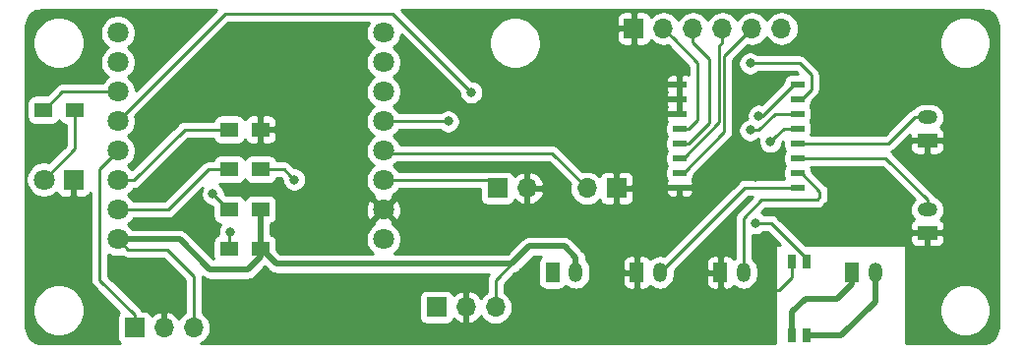
<source format=gbr>
G04 #@! TF.GenerationSoftware,KiCad,Pcbnew,(5.1.0)-1*
G04 #@! TF.CreationDate,2019-05-23T19:45:29+01:00*
G04 #@! TF.ProjectId,ESPControllerCircuit,45535043-6f6e-4747-926f-6c6c65724369,rev?*
G04 #@! TF.SameCoordinates,Original*
G04 #@! TF.FileFunction,Copper,L1,Top*
G04 #@! TF.FilePolarity,Positive*
%FSLAX46Y46*%
G04 Gerber Fmt 4.6, Leading zero omitted, Abs format (unit mm)*
G04 Created by KiCad (PCBNEW (5.1.0)-1) date 2019-05-23 19:45:29*
%MOMM*%
%LPD*%
G04 APERTURE LIST*
%ADD10R,1.700000X1.700000*%
%ADD11O,1.700000X1.700000*%
%ADD12R,1.700000X1.200000*%
%ADD13O,1.700000X1.200000*%
%ADD14R,1.200000X1.700000*%
%ADD15O,1.200000X1.700000*%
%ADD16R,1.800000X1.800000*%
%ADD17C,1.800000*%
%ADD18R,1.143000X0.508000*%
%ADD19R,1.500000X1.300000*%
%ADD20R,0.800000X1.300000*%
%ADD21C,0.800000*%
%ADD22C,0.250000*%
%ADD23C,0.500000*%
%ADD24C,0.254000*%
G04 APERTURE END LIST*
D10*
X82500000Y-130000000D03*
D11*
X85040000Y-130000000D03*
X87580000Y-130000000D03*
D12*
X150750000Y-113900000D03*
D13*
X150750000Y-111900000D03*
D12*
X150750000Y-121850000D03*
D13*
X150750000Y-119850000D03*
D14*
X132950000Y-125250000D03*
D15*
X134950000Y-125250000D03*
D14*
X125750000Y-125250000D03*
D15*
X127750000Y-125250000D03*
D10*
X108500000Y-128250000D03*
D11*
X111040000Y-128250000D03*
X113580000Y-128250000D03*
D16*
X77250000Y-117250000D03*
D17*
X74710000Y-117250000D03*
D10*
X124000000Y-118000000D03*
D11*
X121460000Y-118000000D03*
D10*
X125500000Y-104250000D03*
D11*
X128040000Y-104250000D03*
X130580000Y-104250000D03*
X133120000Y-104250000D03*
X135660000Y-104250000D03*
X138200000Y-104250000D03*
D18*
X129420000Y-109055000D03*
X129420000Y-110325000D03*
X129420000Y-111595000D03*
X129420000Y-112865000D03*
X129420000Y-114135000D03*
X129420000Y-115405000D03*
X129420000Y-116675000D03*
X129420000Y-117945000D03*
X139580000Y-117945000D03*
X139580000Y-116675000D03*
X139580000Y-115405000D03*
X139580000Y-114135000D03*
X139580000Y-112865000D03*
X139580000Y-111595000D03*
X139580000Y-110325000D03*
X139580000Y-109055000D03*
D19*
X93350000Y-123250000D03*
X90650000Y-123250000D03*
X93350000Y-119812500D03*
X90650000Y-119812500D03*
D20*
X140390000Y-124350000D03*
X139110000Y-124350000D03*
X139110000Y-130650000D03*
X140390000Y-130650000D03*
D14*
X144250000Y-125250000D03*
D15*
X146250000Y-125250000D03*
D14*
X118500000Y-125250000D03*
D15*
X120500000Y-125250000D03*
D19*
X93350000Y-116375000D03*
X90650000Y-116375000D03*
X93350000Y-112937500D03*
X90650000Y-112937500D03*
D10*
X113750000Y-118000000D03*
D11*
X116290000Y-118000000D03*
D19*
X77350000Y-111250000D03*
X74650000Y-111250000D03*
D17*
X103930000Y-104610000D03*
X81070000Y-104610000D03*
X103930000Y-107150000D03*
X81070000Y-107150000D03*
X103930000Y-109690000D03*
X81070000Y-109690000D03*
X103930000Y-112230000D03*
X81070000Y-112230000D03*
X103930000Y-114770000D03*
X81070000Y-114770000D03*
X103930000Y-117310000D03*
X81070000Y-117310000D03*
X103930000Y-119850000D03*
X81070000Y-119850000D03*
X103930000Y-122390000D03*
X81070000Y-122390000D03*
D21*
X121500000Y-108500000D03*
X135250000Y-110000000D03*
X136000000Y-117000000D03*
X84500000Y-124500000D03*
X121750000Y-122000000D03*
X120000000Y-112000000D03*
X88000000Y-121000000D03*
X136249990Y-111750000D03*
X136000000Y-121000000D03*
X96250000Y-117250000D03*
X135500000Y-107250000D03*
X89250002Y-118500000D03*
X90749984Y-121750000D03*
X135500000Y-113000000D03*
X109500000Y-112250000D03*
X137250000Y-114000000D03*
X111500000Y-109750004D03*
D22*
X129420000Y-111595000D02*
X129420000Y-110325000D01*
X129420000Y-109055000D02*
X129420000Y-110325000D01*
X139110000Y-125640000D02*
X139110000Y-124350000D01*
X138000000Y-126750000D02*
X139110000Y-125640000D01*
X133350000Y-126750000D02*
X138000000Y-126750000D01*
X132950000Y-125250000D02*
X132950000Y-126350000D01*
X132950000Y-126350000D02*
X133350000Y-126750000D01*
D23*
X93350000Y-122350000D02*
X93350000Y-119812500D01*
X93350000Y-123250000D02*
X93350000Y-122350000D01*
X93350000Y-123900000D02*
X93350000Y-123250000D01*
X92250000Y-125000000D02*
X93350000Y-123900000D01*
X89000000Y-125000000D02*
X92250000Y-125000000D01*
X81070000Y-122390000D02*
X86390000Y-122390000D01*
X86390000Y-122390000D02*
X89000000Y-125000000D01*
X93450000Y-123250000D02*
X94700000Y-124500000D01*
X93350000Y-123250000D02*
X93450000Y-123250000D01*
X94700000Y-124500000D02*
X115000000Y-124500000D01*
X115000000Y-124500000D02*
X116500000Y-123000000D01*
D22*
X113580000Y-125920000D02*
X116500000Y-123000000D01*
X113580000Y-128250000D02*
X113580000Y-125920000D01*
D23*
X120500000Y-124000000D02*
X120500000Y-125250000D01*
X116500000Y-123000000D02*
X119500000Y-123000000D01*
X119500000Y-123000000D02*
X120500000Y-124000000D01*
D22*
X136567500Y-111750000D02*
X136249990Y-111750000D01*
X139262500Y-109055000D02*
X136567500Y-111750000D01*
X139580000Y-109055000D02*
X139262500Y-109055000D01*
X81969999Y-123289999D02*
X85289999Y-123289999D01*
X81070000Y-122390000D02*
X81969999Y-123289999D01*
X87580000Y-125580000D02*
X87580000Y-130000000D01*
X85289999Y-123289999D02*
X87580000Y-125580000D01*
X79797208Y-109690000D02*
X81070000Y-109690000D01*
X76310000Y-109690000D02*
X79797208Y-109690000D01*
X74750000Y-111250000D02*
X76310000Y-109690000D01*
X74650000Y-111250000D02*
X74750000Y-111250000D01*
X77350000Y-114610000D02*
X77350000Y-111250000D01*
X74710000Y-117250000D02*
X77350000Y-114610000D01*
X113060000Y-117310000D02*
X113750000Y-118000000D01*
X103930000Y-117310000D02*
X113060000Y-117310000D01*
X137290000Y-121000000D02*
X136000000Y-121000000D01*
X140390000Y-124350000D02*
X140390000Y-124100000D01*
X140390000Y-124100000D02*
X137290000Y-121000000D01*
X95375000Y-116375000D02*
X95850001Y-116850001D01*
X95850001Y-116850001D02*
X96250000Y-117250000D01*
X93350000Y-116375000D02*
X95375000Y-116375000D01*
X88875000Y-116375000D02*
X90650000Y-116375000D01*
X81070000Y-119850000D02*
X85400000Y-119850000D01*
X85400000Y-119850000D02*
X88875000Y-116375000D01*
D23*
X139110000Y-128640000D02*
X139110000Y-130650000D01*
X140250000Y-127500000D02*
X139110000Y-128640000D01*
X143000000Y-127500000D02*
X140250000Y-127500000D01*
X144250000Y-125250000D02*
X144250000Y-126250000D01*
X144250000Y-126250000D02*
X143000000Y-127500000D01*
X146250000Y-127750000D02*
X146250000Y-125250000D01*
X140390000Y-130650000D02*
X143350000Y-130650000D01*
X143350000Y-130650000D02*
X146250000Y-127750000D01*
D22*
X82440000Y-117310000D02*
X81070000Y-117310000D01*
X86812500Y-112937500D02*
X82440000Y-117310000D01*
X90650000Y-112937500D02*
X86812500Y-112937500D01*
X139897500Y-110325000D02*
X140750000Y-109472500D01*
X140750000Y-109472500D02*
X140750000Y-108250000D01*
X139580000Y-110325000D02*
X139897500Y-110325000D01*
X139750000Y-107250000D02*
X136065685Y-107250000D01*
X136065685Y-107250000D02*
X135500000Y-107250000D01*
X140750000Y-108250000D02*
X139750000Y-107250000D01*
X90550000Y-119812500D02*
X89250002Y-118512502D01*
X89250002Y-118512502D02*
X89250002Y-118500000D01*
X90650000Y-119812500D02*
X90550000Y-119812500D01*
X90650000Y-123250000D02*
X90650000Y-121849984D01*
X90650000Y-121849984D02*
X90749984Y-121750000D01*
X139580000Y-111595000D02*
X137655000Y-111595000D01*
X136250000Y-113000000D02*
X136065685Y-113000000D01*
X137655000Y-111595000D02*
X136250000Y-113000000D01*
X136065685Y-113000000D02*
X135500000Y-113000000D01*
X103930000Y-112230000D02*
X109480000Y-112230000D01*
X109480000Y-112230000D02*
X109500000Y-112250000D01*
X139580000Y-112865000D02*
X138385000Y-112865000D01*
X137649999Y-113600001D02*
X137250000Y-114000000D01*
X138385000Y-112865000D02*
X137649999Y-113600001D01*
X81070000Y-112230000D02*
X90300000Y-103000000D01*
X90300000Y-103000000D02*
X104749996Y-103000000D01*
X104749996Y-103000000D02*
X111100001Y-109350005D01*
X111100001Y-109350005D02*
X111500000Y-109750004D01*
X128889999Y-105099999D02*
X128040000Y-104250000D01*
X131000000Y-107210000D02*
X128889999Y-105099999D01*
X131000000Y-112106500D02*
X131000000Y-107210000D01*
X129420000Y-112865000D02*
X130241500Y-112865000D01*
X130241500Y-112865000D02*
X131000000Y-112106500D01*
X130580000Y-105452081D02*
X130580000Y-104250000D01*
X132000000Y-106872081D02*
X130580000Y-105452081D01*
X132000000Y-112376500D02*
X132000000Y-106872081D01*
X129420000Y-114135000D02*
X130241500Y-114135000D01*
X130241500Y-114135000D02*
X132000000Y-112376500D01*
X132824988Y-112317512D02*
X132824988Y-105747093D01*
X129737500Y-115405000D02*
X132824988Y-112317512D01*
X133120000Y-105452081D02*
X133120000Y-104250000D01*
X129420000Y-115405000D02*
X129737500Y-115405000D01*
X132824988Y-105747093D02*
X133120000Y-105452081D01*
X129420000Y-116675000D02*
X129737500Y-116675000D01*
X134810001Y-105099999D02*
X135660000Y-104250000D01*
X133274999Y-113137501D02*
X133274999Y-106635001D01*
X133274999Y-106635001D02*
X134810001Y-105099999D01*
X129737500Y-116675000D02*
X133274999Y-113137501D01*
X104160000Y-115000000D02*
X103930000Y-114770000D01*
X121460000Y-118000000D02*
X118460000Y-115000000D01*
X118460000Y-115000000D02*
X104160000Y-115000000D01*
X130750000Y-122250000D02*
X127750000Y-125250000D01*
X139580000Y-117945000D02*
X135055000Y-117945000D01*
X135055000Y-117945000D02*
X130750000Y-122250000D01*
X139897500Y-116675000D02*
X139580000Y-116675000D01*
X134950000Y-120550000D02*
X136500000Y-119000000D01*
X134950000Y-125250000D02*
X134950000Y-120550000D01*
X136500000Y-119000000D02*
X141250000Y-119000000D01*
X141250000Y-119000000D02*
X141500000Y-118750000D01*
X141500000Y-118750000D02*
X141500000Y-118277500D01*
X141500000Y-118277500D02*
X139897500Y-116675000D01*
X150750000Y-119000000D02*
X150750000Y-119850000D01*
X147155000Y-115405000D02*
X150750000Y-119000000D01*
X139580000Y-115405000D02*
X147155000Y-115405000D01*
X140401500Y-114135000D02*
X139580000Y-114135000D01*
X147415000Y-114135000D02*
X140401500Y-114135000D01*
X149650000Y-111900000D02*
X147415000Y-114135000D01*
X150750000Y-111900000D02*
X149650000Y-111900000D01*
X82500000Y-128900000D02*
X82500000Y-130000000D01*
X79500000Y-125900000D02*
X82500000Y-128900000D01*
X81070000Y-114770000D02*
X79500000Y-116340000D01*
X79500000Y-116340000D02*
X79500000Y-125900000D01*
D24*
G36*
X155759659Y-102688625D02*
G01*
X156009429Y-102764035D01*
X156239792Y-102886522D01*
X156441980Y-103051422D01*
X156608286Y-103252450D01*
X156732378Y-103481954D01*
X156809531Y-103731195D01*
X156840000Y-104021089D01*
X156840001Y-129967711D01*
X156811375Y-130259660D01*
X156735965Y-130509429D01*
X156613477Y-130739794D01*
X156448579Y-130941979D01*
X156247546Y-131108288D01*
X156018046Y-131232378D01*
X155768805Y-131309531D01*
X155478911Y-131340000D01*
X148877000Y-131340000D01*
X148877000Y-128279872D01*
X151765000Y-128279872D01*
X151765000Y-128720128D01*
X151850890Y-129151925D01*
X152019369Y-129558669D01*
X152263962Y-129924729D01*
X152575271Y-130236038D01*
X152941331Y-130480631D01*
X153348075Y-130649110D01*
X153779872Y-130735000D01*
X154220128Y-130735000D01*
X154651925Y-130649110D01*
X155058669Y-130480631D01*
X155424729Y-130236038D01*
X155736038Y-129924729D01*
X155980631Y-129558669D01*
X156149110Y-129151925D01*
X156235000Y-128720128D01*
X156235000Y-128279872D01*
X156149110Y-127848075D01*
X155980631Y-127441331D01*
X155736038Y-127075271D01*
X155424729Y-126763962D01*
X155058669Y-126519369D01*
X154651925Y-126350890D01*
X154220128Y-126265000D01*
X153779872Y-126265000D01*
X153348075Y-126350890D01*
X152941331Y-126519369D01*
X152575271Y-126763962D01*
X152263962Y-127075271D01*
X152019369Y-127441331D01*
X151850890Y-127848075D01*
X151765000Y-128279872D01*
X148877000Y-128279872D01*
X148877000Y-123000000D01*
X148874560Y-122975224D01*
X148867333Y-122951399D01*
X148855597Y-122929443D01*
X148839803Y-122910197D01*
X148820557Y-122894403D01*
X148798601Y-122882667D01*
X148774776Y-122875440D01*
X148750000Y-122873000D01*
X140237802Y-122873000D01*
X139814802Y-122450000D01*
X149261928Y-122450000D01*
X149274188Y-122574482D01*
X149310498Y-122694180D01*
X149369463Y-122804494D01*
X149448815Y-122901185D01*
X149545506Y-122980537D01*
X149655820Y-123039502D01*
X149775518Y-123075812D01*
X149900000Y-123088072D01*
X150464250Y-123085000D01*
X150623000Y-122926250D01*
X150623000Y-121977000D01*
X150877000Y-121977000D01*
X150877000Y-122926250D01*
X151035750Y-123085000D01*
X151600000Y-123088072D01*
X151724482Y-123075812D01*
X151844180Y-123039502D01*
X151954494Y-122980537D01*
X152051185Y-122901185D01*
X152130537Y-122804494D01*
X152189502Y-122694180D01*
X152225812Y-122574482D01*
X152238072Y-122450000D01*
X152235000Y-122135750D01*
X152076250Y-121977000D01*
X150877000Y-121977000D01*
X150623000Y-121977000D01*
X149423750Y-121977000D01*
X149265000Y-122135750D01*
X149261928Y-122450000D01*
X139814802Y-122450000D01*
X137853804Y-120489003D01*
X137830001Y-120459999D01*
X137714276Y-120365026D01*
X137582247Y-120294454D01*
X137438986Y-120250997D01*
X137327333Y-120240000D01*
X137327322Y-120240000D01*
X137290000Y-120236324D01*
X137252678Y-120240000D01*
X136703711Y-120240000D01*
X136659774Y-120196063D01*
X136491305Y-120083496D01*
X136814802Y-119760000D01*
X141212678Y-119760000D01*
X141250000Y-119763676D01*
X141287322Y-119760000D01*
X141287333Y-119760000D01*
X141398986Y-119749003D01*
X141542247Y-119705546D01*
X141674276Y-119634974D01*
X141790001Y-119540001D01*
X141813803Y-119510998D01*
X142011003Y-119313799D01*
X142040001Y-119290001D01*
X142134974Y-119174276D01*
X142205546Y-119042247D01*
X142249003Y-118898986D01*
X142260000Y-118787333D01*
X142260000Y-118787324D01*
X142263676Y-118750001D01*
X142260000Y-118712678D01*
X142260000Y-118314822D01*
X142263676Y-118277499D01*
X142260000Y-118240176D01*
X142260000Y-118240168D01*
X142249003Y-118128514D01*
X142205546Y-117985253D01*
X142134974Y-117853224D01*
X142040001Y-117737499D01*
X142011003Y-117713701D01*
X140789572Y-116492271D01*
X140789572Y-116421000D01*
X140777312Y-116296518D01*
X140741002Y-116176820D01*
X140734684Y-116165000D01*
X146840199Y-116165000D01*
X149636338Y-118961140D01*
X149622498Y-118972498D01*
X149468167Y-119160551D01*
X149353489Y-119375099D01*
X149282870Y-119607898D01*
X149259025Y-119850000D01*
X149282870Y-120092102D01*
X149353489Y-120324901D01*
X149468167Y-120539449D01*
X149594436Y-120693309D01*
X149545506Y-120719463D01*
X149448815Y-120798815D01*
X149369463Y-120895506D01*
X149310498Y-121005820D01*
X149274188Y-121125518D01*
X149261928Y-121250000D01*
X149265000Y-121564250D01*
X149423750Y-121723000D01*
X150623000Y-121723000D01*
X150623000Y-121703000D01*
X150877000Y-121703000D01*
X150877000Y-121723000D01*
X152076250Y-121723000D01*
X152235000Y-121564250D01*
X152238072Y-121250000D01*
X152225812Y-121125518D01*
X152189502Y-121005820D01*
X152130537Y-120895506D01*
X152051185Y-120798815D01*
X151954494Y-120719463D01*
X151905564Y-120693309D01*
X152031833Y-120539449D01*
X152146511Y-120324901D01*
X152217130Y-120092102D01*
X152240975Y-119850000D01*
X152217130Y-119607898D01*
X152146511Y-119375099D01*
X152031833Y-119160551D01*
X151877502Y-118972498D01*
X151689449Y-118818167D01*
X151474901Y-118703489D01*
X151449080Y-118695656D01*
X151384974Y-118575724D01*
X151290001Y-118459999D01*
X151261003Y-118436201D01*
X147718804Y-114894003D01*
X147695001Y-114864999D01*
X147676551Y-114849857D01*
X147707247Y-114840546D01*
X147839276Y-114769974D01*
X147955001Y-114675001D01*
X147978804Y-114645997D01*
X148124801Y-114500000D01*
X149261928Y-114500000D01*
X149274188Y-114624482D01*
X149310498Y-114744180D01*
X149369463Y-114854494D01*
X149448815Y-114951185D01*
X149545506Y-115030537D01*
X149655820Y-115089502D01*
X149775518Y-115125812D01*
X149900000Y-115138072D01*
X150464250Y-115135000D01*
X150623000Y-114976250D01*
X150623000Y-114027000D01*
X150877000Y-114027000D01*
X150877000Y-114976250D01*
X151035750Y-115135000D01*
X151600000Y-115138072D01*
X151724482Y-115125812D01*
X151844180Y-115089502D01*
X151954494Y-115030537D01*
X152051185Y-114951185D01*
X152130537Y-114854494D01*
X152189502Y-114744180D01*
X152225812Y-114624482D01*
X152238072Y-114500000D01*
X152235000Y-114185750D01*
X152076250Y-114027000D01*
X150877000Y-114027000D01*
X150623000Y-114027000D01*
X149423750Y-114027000D01*
X149265000Y-114185750D01*
X149261928Y-114500000D01*
X148124801Y-114500000D01*
X149262537Y-113362265D01*
X149265000Y-113614250D01*
X149423750Y-113773000D01*
X150623000Y-113773000D01*
X150623000Y-113753000D01*
X150877000Y-113753000D01*
X150877000Y-113773000D01*
X152076250Y-113773000D01*
X152235000Y-113614250D01*
X152238072Y-113300000D01*
X152225812Y-113175518D01*
X152189502Y-113055820D01*
X152130537Y-112945506D01*
X152051185Y-112848815D01*
X151954494Y-112769463D01*
X151905564Y-112743309D01*
X152031833Y-112589449D01*
X152146511Y-112374901D01*
X152217130Y-112142102D01*
X152240975Y-111900000D01*
X152217130Y-111657898D01*
X152146511Y-111425099D01*
X152031833Y-111210551D01*
X151877502Y-111022498D01*
X151689449Y-110868167D01*
X151474901Y-110753489D01*
X151242102Y-110682870D01*
X151060665Y-110665000D01*
X150439335Y-110665000D01*
X150257898Y-110682870D01*
X150025099Y-110753489D01*
X149810551Y-110868167D01*
X149622498Y-111022498D01*
X149518451Y-111149280D01*
X149501014Y-111150997D01*
X149357753Y-111194454D01*
X149225724Y-111265026D01*
X149109999Y-111359999D01*
X149086201Y-111388997D01*
X147100199Y-113375000D01*
X140734684Y-113375000D01*
X140741002Y-113363180D01*
X140777312Y-113243482D01*
X140789572Y-113119000D01*
X140789572Y-112611000D01*
X140777312Y-112486518D01*
X140741002Y-112366820D01*
X140682037Y-112256506D01*
X140660284Y-112230000D01*
X140682037Y-112203494D01*
X140741002Y-112093180D01*
X140777312Y-111973482D01*
X140789572Y-111849000D01*
X140789572Y-111341000D01*
X140777312Y-111216518D01*
X140741002Y-111096820D01*
X140682037Y-110986506D01*
X140660284Y-110960000D01*
X140682037Y-110933494D01*
X140741002Y-110823180D01*
X140777312Y-110703482D01*
X140789572Y-110579000D01*
X140789572Y-110507729D01*
X141261004Y-110036298D01*
X141290001Y-110012501D01*
X141344152Y-109946518D01*
X141384974Y-109896777D01*
X141455546Y-109764747D01*
X141470179Y-109716506D01*
X141499003Y-109621486D01*
X141510000Y-109509833D01*
X141510000Y-109509824D01*
X141513676Y-109472501D01*
X141510000Y-109435178D01*
X141510000Y-108287333D01*
X141513677Y-108250000D01*
X141499003Y-108101014D01*
X141455546Y-107957753D01*
X141384974Y-107825724D01*
X141313799Y-107738997D01*
X141290001Y-107709999D01*
X141261003Y-107686201D01*
X140313804Y-106739002D01*
X140290001Y-106709999D01*
X140174276Y-106615026D01*
X140042247Y-106544454D01*
X139898986Y-106500997D01*
X139787333Y-106490000D01*
X139787322Y-106490000D01*
X139750000Y-106486324D01*
X139712678Y-106490000D01*
X136203711Y-106490000D01*
X136159774Y-106446063D01*
X135990256Y-106332795D01*
X135801898Y-106254774D01*
X135601939Y-106215000D01*
X135398061Y-106215000D01*
X135198102Y-106254774D01*
X135009744Y-106332795D01*
X134840226Y-106446063D01*
X134696063Y-106590226D01*
X134582795Y-106759744D01*
X134504774Y-106948102D01*
X134465000Y-107148061D01*
X134465000Y-107351939D01*
X134504774Y-107551898D01*
X134582795Y-107740256D01*
X134696063Y-107909774D01*
X134840226Y-108053937D01*
X135009744Y-108167205D01*
X135198102Y-108245226D01*
X135398061Y-108285000D01*
X135601939Y-108285000D01*
X135801898Y-108245226D01*
X135990256Y-108167205D01*
X136159774Y-108053937D01*
X136203711Y-108010000D01*
X139435199Y-108010000D01*
X139588127Y-108162928D01*
X139008500Y-108162928D01*
X138884018Y-108175188D01*
X138764320Y-108211498D01*
X138654006Y-108270463D01*
X138557315Y-108349815D01*
X138477963Y-108446506D01*
X138418998Y-108556820D01*
X138382688Y-108676518D01*
X138370428Y-108801000D01*
X138370428Y-108872270D01*
X136498537Y-110744162D01*
X136351929Y-110715000D01*
X136148051Y-110715000D01*
X135948092Y-110754774D01*
X135759734Y-110832795D01*
X135590216Y-110946063D01*
X135446053Y-111090226D01*
X135332785Y-111259744D01*
X135254764Y-111448102D01*
X135214990Y-111648061D01*
X135214990Y-111851939D01*
X135243591Y-111995726D01*
X135198102Y-112004774D01*
X135009744Y-112082795D01*
X134840226Y-112196063D01*
X134696063Y-112340226D01*
X134582795Y-112509744D01*
X134504774Y-112698102D01*
X134465000Y-112898061D01*
X134465000Y-113101939D01*
X134504774Y-113301898D01*
X134582795Y-113490256D01*
X134696063Y-113659774D01*
X134840226Y-113803937D01*
X135009744Y-113917205D01*
X135198102Y-113995226D01*
X135398061Y-114035000D01*
X135601939Y-114035000D01*
X135801898Y-113995226D01*
X135990256Y-113917205D01*
X136159774Y-113803937D01*
X136203711Y-113760000D01*
X136212678Y-113760000D01*
X136241890Y-113762877D01*
X136215000Y-113898061D01*
X136215000Y-114101939D01*
X136254774Y-114301898D01*
X136332795Y-114490256D01*
X136446063Y-114659774D01*
X136590226Y-114803937D01*
X136759744Y-114917205D01*
X136948102Y-114995226D01*
X137148061Y-115035000D01*
X137351939Y-115035000D01*
X137551898Y-114995226D01*
X137740256Y-114917205D01*
X137909774Y-114803937D01*
X138053937Y-114659774D01*
X138167205Y-114490256D01*
X138245226Y-114301898D01*
X138285000Y-114101939D01*
X138285000Y-114039801D01*
X138370428Y-113954374D01*
X138370428Y-114389000D01*
X138382688Y-114513482D01*
X138418998Y-114633180D01*
X138477963Y-114743494D01*
X138499716Y-114770000D01*
X138477963Y-114796506D01*
X138418998Y-114906820D01*
X138382688Y-115026518D01*
X138370428Y-115151000D01*
X138370428Y-115659000D01*
X138382688Y-115783482D01*
X138418998Y-115903180D01*
X138477963Y-116013494D01*
X138499716Y-116040000D01*
X138477963Y-116066506D01*
X138418998Y-116176820D01*
X138382688Y-116296518D01*
X138370428Y-116421000D01*
X138370428Y-116929000D01*
X138382688Y-117053482D01*
X138418998Y-117173180D01*
X138425316Y-117185000D01*
X135092322Y-117185000D01*
X135054999Y-117181324D01*
X135017676Y-117185000D01*
X135017667Y-117185000D01*
X134906014Y-117195997D01*
X134762753Y-117239454D01*
X134630724Y-117310026D01*
X134630722Y-117310027D01*
X134630723Y-117310027D01*
X134543996Y-117381201D01*
X134543992Y-117381205D01*
X134514999Y-117404999D01*
X134491205Y-117433992D01*
X130239002Y-121686197D01*
X130238997Y-121686201D01*
X128107364Y-123817835D01*
X127992101Y-123782870D01*
X127750000Y-123759025D01*
X127507898Y-123782870D01*
X127275099Y-123853489D01*
X127060551Y-123968167D01*
X126906691Y-124094436D01*
X126880537Y-124045506D01*
X126801185Y-123948815D01*
X126704494Y-123869463D01*
X126594180Y-123810498D01*
X126474482Y-123774188D01*
X126350000Y-123761928D01*
X126035750Y-123765000D01*
X125877000Y-123923750D01*
X125877000Y-125123000D01*
X125897000Y-125123000D01*
X125897000Y-125377000D01*
X125877000Y-125377000D01*
X125877000Y-126576250D01*
X126035750Y-126735000D01*
X126350000Y-126738072D01*
X126474482Y-126725812D01*
X126594180Y-126689502D01*
X126704494Y-126630537D01*
X126801185Y-126551185D01*
X126880537Y-126454494D01*
X126906692Y-126405563D01*
X127060552Y-126531833D01*
X127275100Y-126646511D01*
X127507899Y-126717130D01*
X127750000Y-126740975D01*
X127992102Y-126717130D01*
X128224901Y-126646511D01*
X128439449Y-126531833D01*
X128627502Y-126377502D01*
X128781833Y-126189449D01*
X128829644Y-126100000D01*
X131711928Y-126100000D01*
X131724188Y-126224482D01*
X131760498Y-126344180D01*
X131819463Y-126454494D01*
X131898815Y-126551185D01*
X131995506Y-126630537D01*
X132105820Y-126689502D01*
X132225518Y-126725812D01*
X132350000Y-126738072D01*
X132664250Y-126735000D01*
X132823000Y-126576250D01*
X132823000Y-125377000D01*
X131873750Y-125377000D01*
X131715000Y-125535750D01*
X131711928Y-126100000D01*
X128829644Y-126100000D01*
X128896511Y-125974900D01*
X128967130Y-125742101D01*
X128985000Y-125560664D01*
X128985000Y-125089801D01*
X129674801Y-124400000D01*
X131711928Y-124400000D01*
X131715000Y-124964250D01*
X131873750Y-125123000D01*
X132823000Y-125123000D01*
X132823000Y-123923750D01*
X132664250Y-123765000D01*
X132350000Y-123761928D01*
X132225518Y-123774188D01*
X132105820Y-123810498D01*
X131995506Y-123869463D01*
X131898815Y-123948815D01*
X131819463Y-124045506D01*
X131760498Y-124155820D01*
X131724188Y-124275518D01*
X131711928Y-124400000D01*
X129674801Y-124400000D01*
X131313799Y-122761003D01*
X131313803Y-122760998D01*
X135369803Y-118705000D01*
X135720198Y-118705000D01*
X134438998Y-119986201D01*
X134410000Y-120009999D01*
X134386202Y-120038997D01*
X134386201Y-120038998D01*
X134315026Y-120125724D01*
X134244454Y-120257754D01*
X134200998Y-120401015D01*
X134186324Y-120550000D01*
X134190001Y-120587332D01*
X134190000Y-124026066D01*
X134106691Y-124094436D01*
X134080537Y-124045506D01*
X134001185Y-123948815D01*
X133904494Y-123869463D01*
X133794180Y-123810498D01*
X133674482Y-123774188D01*
X133550000Y-123761928D01*
X133235750Y-123765000D01*
X133077000Y-123923750D01*
X133077000Y-125123000D01*
X133097000Y-125123000D01*
X133097000Y-125377000D01*
X133077000Y-125377000D01*
X133077000Y-126576250D01*
X133235750Y-126735000D01*
X133550000Y-126738072D01*
X133674482Y-126725812D01*
X133794180Y-126689502D01*
X133904494Y-126630537D01*
X134001185Y-126551185D01*
X134080537Y-126454494D01*
X134106692Y-126405563D01*
X134260552Y-126531833D01*
X134475100Y-126646511D01*
X134707899Y-126717130D01*
X134950000Y-126740975D01*
X135192102Y-126717130D01*
X135424901Y-126646511D01*
X135639449Y-126531833D01*
X135827502Y-126377502D01*
X135981833Y-126189449D01*
X136096511Y-125974900D01*
X136167130Y-125742101D01*
X136185000Y-125560664D01*
X136185000Y-124939335D01*
X136167130Y-124757898D01*
X136096511Y-124525099D01*
X135981833Y-124310551D01*
X135827502Y-124122498D01*
X135710000Y-124026067D01*
X135710000Y-121997593D01*
X135898061Y-122035000D01*
X136101939Y-122035000D01*
X136301898Y-121995226D01*
X136490256Y-121917205D01*
X136659774Y-121803937D01*
X136703711Y-121760000D01*
X136975199Y-121760000D01*
X138088199Y-122873000D01*
X137750000Y-122873000D01*
X137725224Y-122875440D01*
X137701399Y-122882667D01*
X137679443Y-122894403D01*
X137660197Y-122910197D01*
X137644403Y-122929443D01*
X137632667Y-122951399D01*
X137625440Y-122975224D01*
X137623000Y-123000000D01*
X137623000Y-131340000D01*
X88223248Y-131340000D01*
X88409014Y-131240706D01*
X88635134Y-131055134D01*
X88820706Y-130829014D01*
X88958599Y-130571034D01*
X89043513Y-130291111D01*
X89072185Y-130000000D01*
X89043513Y-129708889D01*
X88958599Y-129428966D01*
X88820706Y-129170986D01*
X88635134Y-128944866D01*
X88409014Y-128759294D01*
X88340000Y-128722405D01*
X88340000Y-127400000D01*
X107011928Y-127400000D01*
X107011928Y-129100000D01*
X107024188Y-129224482D01*
X107060498Y-129344180D01*
X107119463Y-129454494D01*
X107198815Y-129551185D01*
X107295506Y-129630537D01*
X107405820Y-129689502D01*
X107525518Y-129725812D01*
X107650000Y-129738072D01*
X109350000Y-129738072D01*
X109474482Y-129725812D01*
X109594180Y-129689502D01*
X109704494Y-129630537D01*
X109801185Y-129551185D01*
X109880537Y-129454494D01*
X109939502Y-129344180D01*
X109963966Y-129263534D01*
X110039731Y-129347588D01*
X110273080Y-129521641D01*
X110535901Y-129646825D01*
X110683110Y-129691476D01*
X110913000Y-129570155D01*
X110913000Y-128377000D01*
X110893000Y-128377000D01*
X110893000Y-128123000D01*
X110913000Y-128123000D01*
X110913000Y-126929845D01*
X110683110Y-126808524D01*
X110535901Y-126853175D01*
X110273080Y-126978359D01*
X110039731Y-127152412D01*
X109963966Y-127236466D01*
X109939502Y-127155820D01*
X109880537Y-127045506D01*
X109801185Y-126948815D01*
X109704494Y-126869463D01*
X109594180Y-126810498D01*
X109474482Y-126774188D01*
X109350000Y-126761928D01*
X107650000Y-126761928D01*
X107525518Y-126774188D01*
X107405820Y-126810498D01*
X107295506Y-126869463D01*
X107198815Y-126948815D01*
X107119463Y-127045506D01*
X107060498Y-127155820D01*
X107024188Y-127275518D01*
X107011928Y-127400000D01*
X88340000Y-127400000D01*
X88340000Y-125617322D01*
X88342308Y-125593887D01*
X88343470Y-125595049D01*
X88371183Y-125628817D01*
X88404951Y-125656530D01*
X88404953Y-125656532D01*
X88426573Y-125674275D01*
X88505941Y-125739411D01*
X88659687Y-125821589D01*
X88826510Y-125872195D01*
X88956523Y-125885000D01*
X88956533Y-125885000D01*
X88999999Y-125889281D01*
X89043465Y-125885000D01*
X92206531Y-125885000D01*
X92250000Y-125889281D01*
X92293469Y-125885000D01*
X92293477Y-125885000D01*
X92423490Y-125872195D01*
X92590313Y-125821589D01*
X92744059Y-125739411D01*
X92878817Y-125628817D01*
X92906534Y-125595044D01*
X93725000Y-124776579D01*
X94043470Y-125095049D01*
X94071183Y-125128817D01*
X94104951Y-125156530D01*
X94104953Y-125156532D01*
X94151161Y-125194454D01*
X94205941Y-125239411D01*
X94359687Y-125321589D01*
X94468159Y-125354494D01*
X94526509Y-125372195D01*
X94541306Y-125373652D01*
X94656523Y-125385000D01*
X94656531Y-125385000D01*
X94700000Y-125389281D01*
X94743469Y-125385000D01*
X113035896Y-125385000D01*
X113016202Y-125408997D01*
X113016201Y-125408998D01*
X112945026Y-125495724D01*
X112874454Y-125627754D01*
X112844180Y-125727558D01*
X112840585Y-125739411D01*
X112830998Y-125771015D01*
X112816324Y-125920000D01*
X112820001Y-125957332D01*
X112820001Y-126972405D01*
X112750986Y-127009294D01*
X112524866Y-127194866D01*
X112339294Y-127420986D01*
X112304799Y-127485523D01*
X112235178Y-127368645D01*
X112040269Y-127152412D01*
X111806920Y-126978359D01*
X111544099Y-126853175D01*
X111396890Y-126808524D01*
X111167000Y-126929845D01*
X111167000Y-128123000D01*
X111187000Y-128123000D01*
X111187000Y-128377000D01*
X111167000Y-128377000D01*
X111167000Y-129570155D01*
X111396890Y-129691476D01*
X111544099Y-129646825D01*
X111806920Y-129521641D01*
X112040269Y-129347588D01*
X112235178Y-129131355D01*
X112304799Y-129014477D01*
X112339294Y-129079014D01*
X112524866Y-129305134D01*
X112750986Y-129490706D01*
X113008966Y-129628599D01*
X113288889Y-129713513D01*
X113507050Y-129735000D01*
X113652950Y-129735000D01*
X113871111Y-129713513D01*
X114151034Y-129628599D01*
X114409014Y-129490706D01*
X114635134Y-129305134D01*
X114820706Y-129079014D01*
X114958599Y-128821034D01*
X115043513Y-128541111D01*
X115072185Y-128250000D01*
X115043513Y-127958889D01*
X114958599Y-127678966D01*
X114820706Y-127420986D01*
X114635134Y-127194866D01*
X114409014Y-127009294D01*
X114340000Y-126972405D01*
X114340000Y-126234801D01*
X115215285Y-125359516D01*
X115340313Y-125321589D01*
X115494059Y-125239411D01*
X115628817Y-125128817D01*
X115656534Y-125095044D01*
X116866579Y-123885000D01*
X117526574Y-123885000D01*
X117448815Y-123948815D01*
X117369463Y-124045506D01*
X117310498Y-124155820D01*
X117274188Y-124275518D01*
X117261928Y-124400000D01*
X117261928Y-126100000D01*
X117274188Y-126224482D01*
X117310498Y-126344180D01*
X117369463Y-126454494D01*
X117448815Y-126551185D01*
X117545506Y-126630537D01*
X117655820Y-126689502D01*
X117775518Y-126725812D01*
X117900000Y-126738072D01*
X119100000Y-126738072D01*
X119224482Y-126725812D01*
X119344180Y-126689502D01*
X119454494Y-126630537D01*
X119551185Y-126551185D01*
X119630537Y-126454494D01*
X119656692Y-126405563D01*
X119810552Y-126531833D01*
X120025100Y-126646511D01*
X120257899Y-126717130D01*
X120500000Y-126740975D01*
X120742102Y-126717130D01*
X120974901Y-126646511D01*
X121189449Y-126531833D01*
X121377502Y-126377502D01*
X121531833Y-126189449D01*
X121579644Y-126100000D01*
X124511928Y-126100000D01*
X124524188Y-126224482D01*
X124560498Y-126344180D01*
X124619463Y-126454494D01*
X124698815Y-126551185D01*
X124795506Y-126630537D01*
X124905820Y-126689502D01*
X125025518Y-126725812D01*
X125150000Y-126738072D01*
X125464250Y-126735000D01*
X125623000Y-126576250D01*
X125623000Y-125377000D01*
X124673750Y-125377000D01*
X124515000Y-125535750D01*
X124511928Y-126100000D01*
X121579644Y-126100000D01*
X121646511Y-125974900D01*
X121717130Y-125742101D01*
X121735000Y-125560664D01*
X121735000Y-124939335D01*
X121717130Y-124757898D01*
X121646511Y-124525099D01*
X121579645Y-124400000D01*
X124511928Y-124400000D01*
X124515000Y-124964250D01*
X124673750Y-125123000D01*
X125623000Y-125123000D01*
X125623000Y-123923750D01*
X125464250Y-123765000D01*
X125150000Y-123761928D01*
X125025518Y-123774188D01*
X124905820Y-123810498D01*
X124795506Y-123869463D01*
X124698815Y-123948815D01*
X124619463Y-124045506D01*
X124560498Y-124155820D01*
X124524188Y-124275518D01*
X124511928Y-124400000D01*
X121579645Y-124400000D01*
X121531833Y-124310551D01*
X121385000Y-124131634D01*
X121385000Y-124043469D01*
X121389281Y-124000000D01*
X121385000Y-123956531D01*
X121385000Y-123956523D01*
X121372195Y-123826510D01*
X121349076Y-123750299D01*
X121321589Y-123659686D01*
X121239411Y-123505941D01*
X121156532Y-123404953D01*
X121156530Y-123404951D01*
X121128817Y-123371183D01*
X121095050Y-123343471D01*
X120156534Y-122404956D01*
X120128817Y-122371183D01*
X119994059Y-122260589D01*
X119840313Y-122178411D01*
X119673490Y-122127805D01*
X119543477Y-122115000D01*
X119543469Y-122115000D01*
X119500000Y-122110719D01*
X119456531Y-122115000D01*
X116543465Y-122115000D01*
X116499999Y-122110719D01*
X116456533Y-122115000D01*
X116456523Y-122115000D01*
X116326510Y-122127805D01*
X116159687Y-122178411D01*
X116005941Y-122260589D01*
X116005939Y-122260590D01*
X116005940Y-122260590D01*
X115904953Y-122343468D01*
X115904951Y-122343470D01*
X115871183Y-122371183D01*
X115843470Y-122404951D01*
X114633422Y-123615000D01*
X104859584Y-123615000D01*
X104908505Y-123582312D01*
X105122312Y-123368505D01*
X105290299Y-123117095D01*
X105406011Y-122837743D01*
X105465000Y-122541184D01*
X105465000Y-122238816D01*
X105406011Y-121942257D01*
X105290299Y-121662905D01*
X105122312Y-121411495D01*
X104908505Y-121197688D01*
X104754895Y-121095049D01*
X104814475Y-120914080D01*
X103930000Y-120029605D01*
X103045525Y-120914080D01*
X103105105Y-121095049D01*
X102951495Y-121197688D01*
X102737688Y-121411495D01*
X102569701Y-121662905D01*
X102453989Y-121942257D01*
X102395000Y-122238816D01*
X102395000Y-122541184D01*
X102453989Y-122837743D01*
X102569701Y-123117095D01*
X102737688Y-123368505D01*
X102951495Y-123582312D01*
X103000416Y-123615000D01*
X95066579Y-123615000D01*
X94738072Y-123286493D01*
X94738072Y-122600000D01*
X94725812Y-122475518D01*
X94689502Y-122355820D01*
X94630537Y-122245506D01*
X94551185Y-122148815D01*
X94454494Y-122069463D01*
X94344180Y-122010498D01*
X94235000Y-121977379D01*
X94235000Y-121085121D01*
X94344180Y-121052002D01*
X94454494Y-120993037D01*
X94551185Y-120913685D01*
X94630537Y-120816994D01*
X94689502Y-120706680D01*
X94725812Y-120586982D01*
X94738072Y-120462500D01*
X94738072Y-119916553D01*
X102389009Y-119916553D01*
X102431603Y-120215907D01*
X102531778Y-120501199D01*
X102611739Y-120650792D01*
X102865920Y-120734475D01*
X103750395Y-119850000D01*
X104109605Y-119850000D01*
X104994080Y-120734475D01*
X105248261Y-120650792D01*
X105379158Y-120378225D01*
X105454365Y-120085358D01*
X105470991Y-119783447D01*
X105428397Y-119484093D01*
X105328222Y-119198801D01*
X105248261Y-119049208D01*
X104994080Y-118965525D01*
X104109605Y-119850000D01*
X103750395Y-119850000D01*
X102865920Y-118965525D01*
X102611739Y-119049208D01*
X102480842Y-119321775D01*
X102405635Y-119614642D01*
X102389009Y-119916553D01*
X94738072Y-119916553D01*
X94738072Y-119162500D01*
X94725812Y-119038018D01*
X94689502Y-118918320D01*
X94630537Y-118808006D01*
X94551185Y-118711315D01*
X94454494Y-118631963D01*
X94344180Y-118572998D01*
X94224482Y-118536688D01*
X94100000Y-118524428D01*
X92600000Y-118524428D01*
X92475518Y-118536688D01*
X92355820Y-118572998D01*
X92245506Y-118631963D01*
X92148815Y-118711315D01*
X92069463Y-118808006D01*
X92010498Y-118918320D01*
X92000000Y-118952927D01*
X91989502Y-118918320D01*
X91930537Y-118808006D01*
X91851185Y-118711315D01*
X91754494Y-118631963D01*
X91644180Y-118572998D01*
X91524482Y-118536688D01*
X91400000Y-118524428D01*
X90336729Y-118524428D01*
X90285002Y-118472701D01*
X90285002Y-118398061D01*
X90245228Y-118198102D01*
X90167207Y-118009744D01*
X90053939Y-117840226D01*
X89909776Y-117696063D01*
X89853556Y-117658498D01*
X89900000Y-117663072D01*
X91400000Y-117663072D01*
X91524482Y-117650812D01*
X91644180Y-117614502D01*
X91754494Y-117555537D01*
X91851185Y-117476185D01*
X91930537Y-117379494D01*
X91989502Y-117269180D01*
X92000000Y-117234573D01*
X92010498Y-117269180D01*
X92069463Y-117379494D01*
X92148815Y-117476185D01*
X92245506Y-117555537D01*
X92355820Y-117614502D01*
X92475518Y-117650812D01*
X92600000Y-117663072D01*
X94100000Y-117663072D01*
X94224482Y-117650812D01*
X94344180Y-117614502D01*
X94454494Y-117555537D01*
X94551185Y-117476185D01*
X94630537Y-117379494D01*
X94689502Y-117269180D01*
X94725812Y-117149482D01*
X94727238Y-117135000D01*
X95060199Y-117135000D01*
X95215000Y-117289801D01*
X95215000Y-117351939D01*
X95254774Y-117551898D01*
X95332795Y-117740256D01*
X95446063Y-117909774D01*
X95590226Y-118053937D01*
X95759744Y-118167205D01*
X95948102Y-118245226D01*
X96148061Y-118285000D01*
X96351939Y-118285000D01*
X96551898Y-118245226D01*
X96740256Y-118167205D01*
X96909774Y-118053937D01*
X97053937Y-117909774D01*
X97167205Y-117740256D01*
X97245226Y-117551898D01*
X97285000Y-117351939D01*
X97285000Y-117148061D01*
X97245226Y-116948102D01*
X97167205Y-116759744D01*
X97053937Y-116590226D01*
X96909774Y-116446063D01*
X96740256Y-116332795D01*
X96551898Y-116254774D01*
X96351939Y-116215000D01*
X96289801Y-116215000D01*
X95938804Y-115864003D01*
X95915001Y-115834999D01*
X95799276Y-115740026D01*
X95667247Y-115669454D01*
X95523986Y-115625997D01*
X95412333Y-115615000D01*
X95412322Y-115615000D01*
X95375000Y-115611324D01*
X95337678Y-115615000D01*
X94727238Y-115615000D01*
X94725812Y-115600518D01*
X94689502Y-115480820D01*
X94630537Y-115370506D01*
X94551185Y-115273815D01*
X94454494Y-115194463D01*
X94344180Y-115135498D01*
X94224482Y-115099188D01*
X94100000Y-115086928D01*
X92600000Y-115086928D01*
X92475518Y-115099188D01*
X92355820Y-115135498D01*
X92245506Y-115194463D01*
X92148815Y-115273815D01*
X92069463Y-115370506D01*
X92010498Y-115480820D01*
X92000000Y-115515427D01*
X91989502Y-115480820D01*
X91930537Y-115370506D01*
X91851185Y-115273815D01*
X91754494Y-115194463D01*
X91644180Y-115135498D01*
X91524482Y-115099188D01*
X91400000Y-115086928D01*
X89900000Y-115086928D01*
X89775518Y-115099188D01*
X89655820Y-115135498D01*
X89545506Y-115194463D01*
X89448815Y-115273815D01*
X89369463Y-115370506D01*
X89310498Y-115480820D01*
X89274188Y-115600518D01*
X89272762Y-115615000D01*
X88912322Y-115615000D01*
X88874999Y-115611324D01*
X88837676Y-115615000D01*
X88837667Y-115615000D01*
X88726014Y-115625997D01*
X88617216Y-115659000D01*
X88582753Y-115669454D01*
X88450723Y-115740026D01*
X88383509Y-115795188D01*
X88334999Y-115834999D01*
X88311201Y-115863997D01*
X85085199Y-119090000D01*
X82408313Y-119090000D01*
X82262312Y-118871495D01*
X82048505Y-118657688D01*
X81932237Y-118580000D01*
X82048505Y-118502312D01*
X82262312Y-118288505D01*
X82407965Y-118070521D01*
X82440000Y-118073676D01*
X82477322Y-118070000D01*
X82477333Y-118070000D01*
X82588986Y-118059003D01*
X82732247Y-118015546D01*
X82864276Y-117944974D01*
X82980001Y-117850001D01*
X83003804Y-117820997D01*
X87127302Y-113697500D01*
X89272762Y-113697500D01*
X89274188Y-113711982D01*
X89310498Y-113831680D01*
X89369463Y-113941994D01*
X89448815Y-114038685D01*
X89545506Y-114118037D01*
X89655820Y-114177002D01*
X89775518Y-114213312D01*
X89900000Y-114225572D01*
X91400000Y-114225572D01*
X91524482Y-114213312D01*
X91644180Y-114177002D01*
X91754494Y-114118037D01*
X91851185Y-114038685D01*
X91930537Y-113941994D01*
X91989502Y-113831680D01*
X92000000Y-113797073D01*
X92010498Y-113831680D01*
X92069463Y-113941994D01*
X92148815Y-114038685D01*
X92245506Y-114118037D01*
X92355820Y-114177002D01*
X92475518Y-114213312D01*
X92600000Y-114225572D01*
X93064250Y-114222500D01*
X93223000Y-114063750D01*
X93223000Y-113064500D01*
X93477000Y-113064500D01*
X93477000Y-114063750D01*
X93635750Y-114222500D01*
X94100000Y-114225572D01*
X94224482Y-114213312D01*
X94344180Y-114177002D01*
X94454494Y-114118037D01*
X94551185Y-114038685D01*
X94630537Y-113941994D01*
X94689502Y-113831680D01*
X94725812Y-113711982D01*
X94738072Y-113587500D01*
X94735000Y-113223250D01*
X94576250Y-113064500D01*
X93477000Y-113064500D01*
X93223000Y-113064500D01*
X93203000Y-113064500D01*
X93203000Y-112810500D01*
X93223000Y-112810500D01*
X93223000Y-111811250D01*
X93477000Y-111811250D01*
X93477000Y-112810500D01*
X94576250Y-112810500D01*
X94735000Y-112651750D01*
X94738072Y-112287500D01*
X94725812Y-112163018D01*
X94689502Y-112043320D01*
X94630537Y-111933006D01*
X94551185Y-111836315D01*
X94454494Y-111756963D01*
X94344180Y-111697998D01*
X94224482Y-111661688D01*
X94100000Y-111649428D01*
X93635750Y-111652500D01*
X93477000Y-111811250D01*
X93223000Y-111811250D01*
X93064250Y-111652500D01*
X92600000Y-111649428D01*
X92475518Y-111661688D01*
X92355820Y-111697998D01*
X92245506Y-111756963D01*
X92148815Y-111836315D01*
X92069463Y-111933006D01*
X92010498Y-112043320D01*
X92000000Y-112077927D01*
X91989502Y-112043320D01*
X91930537Y-111933006D01*
X91851185Y-111836315D01*
X91754494Y-111756963D01*
X91644180Y-111697998D01*
X91524482Y-111661688D01*
X91400000Y-111649428D01*
X89900000Y-111649428D01*
X89775518Y-111661688D01*
X89655820Y-111697998D01*
X89545506Y-111756963D01*
X89448815Y-111836315D01*
X89369463Y-111933006D01*
X89310498Y-112043320D01*
X89274188Y-112163018D01*
X89272762Y-112177500D01*
X86849823Y-112177500D01*
X86812500Y-112173824D01*
X86775177Y-112177500D01*
X86775167Y-112177500D01*
X86663514Y-112188497D01*
X86520253Y-112231954D01*
X86388224Y-112302526D01*
X86272499Y-112397499D01*
X86248701Y-112426497D01*
X82294913Y-116380286D01*
X82262312Y-116331495D01*
X82048505Y-116117688D01*
X81932237Y-116040000D01*
X82048505Y-115962312D01*
X82262312Y-115748505D01*
X82430299Y-115497095D01*
X82546011Y-115217743D01*
X82605000Y-114921184D01*
X82605000Y-114618816D01*
X82546011Y-114322257D01*
X82430299Y-114042905D01*
X82262312Y-113791495D01*
X82048505Y-113577688D01*
X81932237Y-113500000D01*
X82048505Y-113422312D01*
X82262312Y-113208505D01*
X82430299Y-112957095D01*
X82546011Y-112677743D01*
X82605000Y-112381184D01*
X82605000Y-112078816D01*
X82553731Y-111821070D01*
X90614802Y-103760000D01*
X102651824Y-103760000D01*
X102569701Y-103882905D01*
X102453989Y-104162257D01*
X102395000Y-104458816D01*
X102395000Y-104761184D01*
X102453989Y-105057743D01*
X102569701Y-105337095D01*
X102737688Y-105588505D01*
X102951495Y-105802312D01*
X103067763Y-105880000D01*
X102951495Y-105957688D01*
X102737688Y-106171495D01*
X102569701Y-106422905D01*
X102453989Y-106702257D01*
X102395000Y-106998816D01*
X102395000Y-107301184D01*
X102453989Y-107597743D01*
X102569701Y-107877095D01*
X102737688Y-108128505D01*
X102951495Y-108342312D01*
X103067763Y-108420000D01*
X102951495Y-108497688D01*
X102737688Y-108711495D01*
X102569701Y-108962905D01*
X102453989Y-109242257D01*
X102395000Y-109538816D01*
X102395000Y-109841184D01*
X102453989Y-110137743D01*
X102569701Y-110417095D01*
X102737688Y-110668505D01*
X102951495Y-110882312D01*
X103067763Y-110960000D01*
X102951495Y-111037688D01*
X102737688Y-111251495D01*
X102569701Y-111502905D01*
X102453989Y-111782257D01*
X102395000Y-112078816D01*
X102395000Y-112381184D01*
X102453989Y-112677743D01*
X102569701Y-112957095D01*
X102737688Y-113208505D01*
X102951495Y-113422312D01*
X103067763Y-113500000D01*
X102951495Y-113577688D01*
X102737688Y-113791495D01*
X102569701Y-114042905D01*
X102453989Y-114322257D01*
X102395000Y-114618816D01*
X102395000Y-114921184D01*
X102453989Y-115217743D01*
X102569701Y-115497095D01*
X102737688Y-115748505D01*
X102951495Y-115962312D01*
X103067763Y-116040000D01*
X102951495Y-116117688D01*
X102737688Y-116331495D01*
X102569701Y-116582905D01*
X102453989Y-116862257D01*
X102395000Y-117158816D01*
X102395000Y-117461184D01*
X102453989Y-117757743D01*
X102569701Y-118037095D01*
X102737688Y-118288505D01*
X102951495Y-118502312D01*
X103105105Y-118604951D01*
X103045525Y-118785920D01*
X103930000Y-119670395D01*
X104814475Y-118785920D01*
X104754895Y-118604951D01*
X104908505Y-118502312D01*
X105122312Y-118288505D01*
X105268313Y-118070000D01*
X112261928Y-118070000D01*
X112261928Y-118850000D01*
X112274188Y-118974482D01*
X112310498Y-119094180D01*
X112369463Y-119204494D01*
X112448815Y-119301185D01*
X112545506Y-119380537D01*
X112655820Y-119439502D01*
X112775518Y-119475812D01*
X112900000Y-119488072D01*
X114600000Y-119488072D01*
X114724482Y-119475812D01*
X114844180Y-119439502D01*
X114954494Y-119380537D01*
X115051185Y-119301185D01*
X115130537Y-119204494D01*
X115189502Y-119094180D01*
X115213966Y-119013534D01*
X115289731Y-119097588D01*
X115523080Y-119271641D01*
X115785901Y-119396825D01*
X115933110Y-119441476D01*
X116163000Y-119320155D01*
X116163000Y-118127000D01*
X116417000Y-118127000D01*
X116417000Y-119320155D01*
X116646890Y-119441476D01*
X116794099Y-119396825D01*
X117056920Y-119271641D01*
X117290269Y-119097588D01*
X117485178Y-118881355D01*
X117634157Y-118631252D01*
X117731481Y-118356891D01*
X117610814Y-118127000D01*
X116417000Y-118127000D01*
X116163000Y-118127000D01*
X116143000Y-118127000D01*
X116143000Y-117873000D01*
X116163000Y-117873000D01*
X116163000Y-116679845D01*
X116417000Y-116679845D01*
X116417000Y-117873000D01*
X117610814Y-117873000D01*
X117731481Y-117643109D01*
X117634157Y-117368748D01*
X117485178Y-117118645D01*
X117290269Y-116902412D01*
X117056920Y-116728359D01*
X116794099Y-116603175D01*
X116646890Y-116558524D01*
X116417000Y-116679845D01*
X116163000Y-116679845D01*
X115933110Y-116558524D01*
X115785901Y-116603175D01*
X115523080Y-116728359D01*
X115289731Y-116902412D01*
X115213966Y-116986466D01*
X115189502Y-116905820D01*
X115130537Y-116795506D01*
X115051185Y-116698815D01*
X114954494Y-116619463D01*
X114844180Y-116560498D01*
X114724482Y-116524188D01*
X114600000Y-116511928D01*
X112900000Y-116511928D01*
X112775518Y-116524188D01*
X112690427Y-116550000D01*
X105268313Y-116550000D01*
X105122312Y-116331495D01*
X104908505Y-116117688D01*
X104792237Y-116040000D01*
X104908505Y-115962312D01*
X105110817Y-115760000D01*
X118145199Y-115760000D01*
X120019203Y-117634005D01*
X119996487Y-117708889D01*
X119967815Y-118000000D01*
X119996487Y-118291111D01*
X120081401Y-118571034D01*
X120219294Y-118829014D01*
X120404866Y-119055134D01*
X120630986Y-119240706D01*
X120888966Y-119378599D01*
X121168889Y-119463513D01*
X121387050Y-119485000D01*
X121532950Y-119485000D01*
X121751111Y-119463513D01*
X122031034Y-119378599D01*
X122289014Y-119240706D01*
X122515134Y-119055134D01*
X122539607Y-119025313D01*
X122560498Y-119094180D01*
X122619463Y-119204494D01*
X122698815Y-119301185D01*
X122795506Y-119380537D01*
X122905820Y-119439502D01*
X123025518Y-119475812D01*
X123150000Y-119488072D01*
X123714250Y-119485000D01*
X123873000Y-119326250D01*
X123873000Y-118127000D01*
X124127000Y-118127000D01*
X124127000Y-119326250D01*
X124285750Y-119485000D01*
X124850000Y-119488072D01*
X124974482Y-119475812D01*
X125094180Y-119439502D01*
X125204494Y-119380537D01*
X125301185Y-119301185D01*
X125380537Y-119204494D01*
X125439502Y-119094180D01*
X125475812Y-118974482D01*
X125488072Y-118850000D01*
X125485000Y-118285750D01*
X125430000Y-118230750D01*
X128213500Y-118230750D01*
X128225011Y-118334635D01*
X128263452Y-118453666D01*
X128324376Y-118562910D01*
X128405442Y-118658169D01*
X128503535Y-118735782D01*
X128614884Y-118792767D01*
X128735212Y-118826934D01*
X128859892Y-118836970D01*
X129134250Y-118834000D01*
X129293000Y-118675250D01*
X129293000Y-118072000D01*
X129547000Y-118072000D01*
X129547000Y-118675250D01*
X129705750Y-118834000D01*
X129980108Y-118836970D01*
X130104788Y-118826934D01*
X130225116Y-118792767D01*
X130336465Y-118735782D01*
X130434558Y-118658169D01*
X130515624Y-118562910D01*
X130576548Y-118453666D01*
X130614989Y-118334635D01*
X130626500Y-118230750D01*
X130467750Y-118072000D01*
X129547000Y-118072000D01*
X129293000Y-118072000D01*
X128372250Y-118072000D01*
X128213500Y-118230750D01*
X125430000Y-118230750D01*
X125326250Y-118127000D01*
X124127000Y-118127000D01*
X123873000Y-118127000D01*
X123853000Y-118127000D01*
X123853000Y-117873000D01*
X123873000Y-117873000D01*
X123873000Y-116673750D01*
X124127000Y-116673750D01*
X124127000Y-117873000D01*
X125326250Y-117873000D01*
X125485000Y-117714250D01*
X125488072Y-117150000D01*
X125475812Y-117025518D01*
X125439502Y-116905820D01*
X125380537Y-116795506D01*
X125301185Y-116698815D01*
X125204494Y-116619463D01*
X125094180Y-116560498D01*
X124974482Y-116524188D01*
X124850000Y-116511928D01*
X124285750Y-116515000D01*
X124127000Y-116673750D01*
X123873000Y-116673750D01*
X123714250Y-116515000D01*
X123150000Y-116511928D01*
X123025518Y-116524188D01*
X122905820Y-116560498D01*
X122795506Y-116619463D01*
X122698815Y-116698815D01*
X122619463Y-116795506D01*
X122560498Y-116905820D01*
X122539607Y-116974687D01*
X122515134Y-116944866D01*
X122289014Y-116759294D01*
X122031034Y-116621401D01*
X121751111Y-116536487D01*
X121532950Y-116515000D01*
X121387050Y-116515000D01*
X121168889Y-116536487D01*
X121094005Y-116559203D01*
X119023804Y-114489003D01*
X119000001Y-114459999D01*
X118884276Y-114365026D01*
X118752247Y-114294454D01*
X118608986Y-114250997D01*
X118497333Y-114240000D01*
X118497322Y-114240000D01*
X118460000Y-114236324D01*
X118422678Y-114240000D01*
X105371939Y-114240000D01*
X105290299Y-114042905D01*
X105122312Y-113791495D01*
X104908505Y-113577688D01*
X104792237Y-113500000D01*
X104908505Y-113422312D01*
X105122312Y-113208505D01*
X105268313Y-112990000D01*
X108776289Y-112990000D01*
X108840226Y-113053937D01*
X109009744Y-113167205D01*
X109198102Y-113245226D01*
X109398061Y-113285000D01*
X109601939Y-113285000D01*
X109801898Y-113245226D01*
X109990256Y-113167205D01*
X110159774Y-113053937D01*
X110303937Y-112909774D01*
X110417205Y-112740256D01*
X110495226Y-112551898D01*
X110535000Y-112351939D01*
X110535000Y-112148061D01*
X110495226Y-111948102D01*
X110417205Y-111759744D01*
X110303937Y-111590226D01*
X110159774Y-111446063D01*
X109990256Y-111332795D01*
X109801898Y-111254774D01*
X109601939Y-111215000D01*
X109398061Y-111215000D01*
X109198102Y-111254774D01*
X109009744Y-111332795D01*
X108840226Y-111446063D01*
X108816289Y-111470000D01*
X105268313Y-111470000D01*
X105122312Y-111251495D01*
X104908505Y-111037688D01*
X104792237Y-110960000D01*
X104908505Y-110882312D01*
X105122312Y-110668505D01*
X105290299Y-110417095D01*
X105406011Y-110137743D01*
X105465000Y-109841184D01*
X105465000Y-109538816D01*
X105406011Y-109242257D01*
X105290299Y-108962905D01*
X105122312Y-108711495D01*
X104908505Y-108497688D01*
X104792237Y-108420000D01*
X104908505Y-108342312D01*
X105122312Y-108128505D01*
X105290299Y-107877095D01*
X105406011Y-107597743D01*
X105465000Y-107301184D01*
X105465000Y-106998816D01*
X105406011Y-106702257D01*
X105290299Y-106422905D01*
X105122312Y-106171495D01*
X104908505Y-105957688D01*
X104792237Y-105880000D01*
X104908505Y-105802312D01*
X105122312Y-105588505D01*
X105290299Y-105337095D01*
X105406011Y-105057743D01*
X105460251Y-104785057D01*
X110465000Y-109789806D01*
X110465000Y-109851943D01*
X110504774Y-110051902D01*
X110582795Y-110240260D01*
X110696063Y-110409778D01*
X110840226Y-110553941D01*
X111009744Y-110667209D01*
X111198102Y-110745230D01*
X111398061Y-110785004D01*
X111601939Y-110785004D01*
X111801898Y-110745230D01*
X111990256Y-110667209D01*
X112074753Y-110610750D01*
X128213500Y-110610750D01*
X128225011Y-110714635D01*
X128263452Y-110833666D01*
X128324376Y-110942910D01*
X128338920Y-110960000D01*
X128324376Y-110977090D01*
X128263452Y-111086334D01*
X128225011Y-111205365D01*
X128213500Y-111309250D01*
X128372250Y-111468000D01*
X129293000Y-111468000D01*
X129293000Y-110452000D01*
X128372250Y-110452000D01*
X128213500Y-110610750D01*
X112074753Y-110610750D01*
X112159774Y-110553941D01*
X112303937Y-110409778D01*
X112417205Y-110240260D01*
X112495226Y-110051902D01*
X112535000Y-109851943D01*
X112535000Y-109648065D01*
X112495226Y-109448106D01*
X112450758Y-109340750D01*
X128213500Y-109340750D01*
X128225011Y-109444635D01*
X128263452Y-109563666D01*
X128324376Y-109672910D01*
X128338920Y-109690000D01*
X128324376Y-109707090D01*
X128263452Y-109816334D01*
X128225011Y-109935365D01*
X128213500Y-110039250D01*
X128372250Y-110198000D01*
X129293000Y-110198000D01*
X129293000Y-109182000D01*
X128372250Y-109182000D01*
X128213500Y-109340750D01*
X112450758Y-109340750D01*
X112417205Y-109259748D01*
X112303937Y-109090230D01*
X112159774Y-108946067D01*
X111990256Y-108832799D01*
X111836837Y-108769250D01*
X128213500Y-108769250D01*
X128372250Y-108928000D01*
X129293000Y-108928000D01*
X129293000Y-108324750D01*
X129134250Y-108166000D01*
X128859892Y-108163030D01*
X128735212Y-108173066D01*
X128614884Y-108207233D01*
X128503535Y-108264218D01*
X128405442Y-108341831D01*
X128324376Y-108437090D01*
X128263452Y-108546334D01*
X128225011Y-108665365D01*
X128213500Y-108769250D01*
X111836837Y-108769250D01*
X111801898Y-108754778D01*
X111601939Y-108715004D01*
X111539802Y-108715004D01*
X108104670Y-105279872D01*
X113015000Y-105279872D01*
X113015000Y-105720128D01*
X113100890Y-106151925D01*
X113269369Y-106558669D01*
X113513962Y-106924729D01*
X113825271Y-107236038D01*
X114191331Y-107480631D01*
X114598075Y-107649110D01*
X115029872Y-107735000D01*
X115470128Y-107735000D01*
X115901925Y-107649110D01*
X116308669Y-107480631D01*
X116674729Y-107236038D01*
X116986038Y-106924729D01*
X117230631Y-106558669D01*
X117399110Y-106151925D01*
X117485000Y-105720128D01*
X117485000Y-105279872D01*
X117449222Y-105100000D01*
X124011928Y-105100000D01*
X124024188Y-105224482D01*
X124060498Y-105344180D01*
X124119463Y-105454494D01*
X124198815Y-105551185D01*
X124295506Y-105630537D01*
X124405820Y-105689502D01*
X124525518Y-105725812D01*
X124650000Y-105738072D01*
X125214250Y-105735000D01*
X125373000Y-105576250D01*
X125373000Y-104377000D01*
X124173750Y-104377000D01*
X124015000Y-104535750D01*
X124011928Y-105100000D01*
X117449222Y-105100000D01*
X117399110Y-104848075D01*
X117230631Y-104441331D01*
X116986038Y-104075271D01*
X116674729Y-103763962D01*
X116308669Y-103519369D01*
X116020487Y-103400000D01*
X124011928Y-103400000D01*
X124015000Y-103964250D01*
X124173750Y-104123000D01*
X125373000Y-104123000D01*
X125373000Y-102923750D01*
X125627000Y-102923750D01*
X125627000Y-104123000D01*
X125647000Y-104123000D01*
X125647000Y-104377000D01*
X125627000Y-104377000D01*
X125627000Y-105576250D01*
X125785750Y-105735000D01*
X126350000Y-105738072D01*
X126474482Y-105725812D01*
X126594180Y-105689502D01*
X126704494Y-105630537D01*
X126801185Y-105551185D01*
X126880537Y-105454494D01*
X126939502Y-105344180D01*
X126960393Y-105275313D01*
X126984866Y-105305134D01*
X127210986Y-105490706D01*
X127468966Y-105628599D01*
X127748889Y-105713513D01*
X127967050Y-105735000D01*
X128112950Y-105735000D01*
X128331111Y-105713513D01*
X128405996Y-105690797D01*
X130240001Y-107524803D01*
X130240001Y-108214851D01*
X130225116Y-108207233D01*
X130104788Y-108173066D01*
X129980108Y-108163030D01*
X129705750Y-108166000D01*
X129547000Y-108324750D01*
X129547000Y-108928000D01*
X129567000Y-108928000D01*
X129567000Y-109182000D01*
X129547000Y-109182000D01*
X129547000Y-110198000D01*
X129567000Y-110198000D01*
X129567000Y-110452000D01*
X129547000Y-110452000D01*
X129547000Y-111468000D01*
X129567000Y-111468000D01*
X129567000Y-111722000D01*
X129547000Y-111722000D01*
X129547000Y-111742000D01*
X129293000Y-111742000D01*
X129293000Y-111722000D01*
X128372250Y-111722000D01*
X128213500Y-111880750D01*
X128225011Y-111984635D01*
X128263452Y-112103666D01*
X128324376Y-112212910D01*
X128339325Y-112230476D01*
X128317963Y-112256506D01*
X128258998Y-112366820D01*
X128222688Y-112486518D01*
X128210428Y-112611000D01*
X128210428Y-113119000D01*
X128222688Y-113243482D01*
X128258998Y-113363180D01*
X128317963Y-113473494D01*
X128339716Y-113500000D01*
X128317963Y-113526506D01*
X128258998Y-113636820D01*
X128222688Y-113756518D01*
X128210428Y-113881000D01*
X128210428Y-114389000D01*
X128222688Y-114513482D01*
X128258998Y-114633180D01*
X128317963Y-114743494D01*
X128339716Y-114770000D01*
X128317963Y-114796506D01*
X128258998Y-114906820D01*
X128222688Y-115026518D01*
X128210428Y-115151000D01*
X128210428Y-115659000D01*
X128222688Y-115783482D01*
X128258998Y-115903180D01*
X128317963Y-116013494D01*
X128339716Y-116040000D01*
X128317963Y-116066506D01*
X128258998Y-116176820D01*
X128222688Y-116296518D01*
X128210428Y-116421000D01*
X128210428Y-116929000D01*
X128222688Y-117053482D01*
X128258998Y-117173180D01*
X128317963Y-117283494D01*
X128339325Y-117309524D01*
X128324376Y-117327090D01*
X128263452Y-117436334D01*
X128225011Y-117555365D01*
X128213500Y-117659250D01*
X128372250Y-117818000D01*
X129293000Y-117818000D01*
X129293000Y-117798000D01*
X129547000Y-117798000D01*
X129547000Y-117818000D01*
X130467750Y-117818000D01*
X130626500Y-117659250D01*
X130614989Y-117555365D01*
X130576548Y-117436334D01*
X130515624Y-117327090D01*
X130500675Y-117309524D01*
X130522037Y-117283494D01*
X130581002Y-117173180D01*
X130617312Y-117053482D01*
X130629572Y-116929000D01*
X130629572Y-116857729D01*
X133786003Y-113701299D01*
X133815000Y-113677502D01*
X133849902Y-113634974D01*
X133909973Y-113561778D01*
X133980545Y-113429748D01*
X134000738Y-113363180D01*
X134024002Y-113286487D01*
X134034999Y-113174834D01*
X134034999Y-113174825D01*
X134038675Y-113137502D01*
X134034999Y-113100179D01*
X134034999Y-106949802D01*
X135294005Y-105690797D01*
X135368889Y-105713513D01*
X135587050Y-105735000D01*
X135732950Y-105735000D01*
X135951111Y-105713513D01*
X136231034Y-105628599D01*
X136489014Y-105490706D01*
X136715134Y-105305134D01*
X136900706Y-105079014D01*
X136930000Y-105024209D01*
X136959294Y-105079014D01*
X137144866Y-105305134D01*
X137370986Y-105490706D01*
X137628966Y-105628599D01*
X137908889Y-105713513D01*
X138127050Y-105735000D01*
X138272950Y-105735000D01*
X138491111Y-105713513D01*
X138771034Y-105628599D01*
X139029014Y-105490706D01*
X139255134Y-105305134D01*
X139275866Y-105279872D01*
X151765000Y-105279872D01*
X151765000Y-105720128D01*
X151850890Y-106151925D01*
X152019369Y-106558669D01*
X152263962Y-106924729D01*
X152575271Y-107236038D01*
X152941331Y-107480631D01*
X153348075Y-107649110D01*
X153779872Y-107735000D01*
X154220128Y-107735000D01*
X154651925Y-107649110D01*
X155058669Y-107480631D01*
X155424729Y-107236038D01*
X155736038Y-106924729D01*
X155980631Y-106558669D01*
X156149110Y-106151925D01*
X156235000Y-105720128D01*
X156235000Y-105279872D01*
X156149110Y-104848075D01*
X155980631Y-104441331D01*
X155736038Y-104075271D01*
X155424729Y-103763962D01*
X155058669Y-103519369D01*
X154651925Y-103350890D01*
X154220128Y-103265000D01*
X153779872Y-103265000D01*
X153348075Y-103350890D01*
X152941331Y-103519369D01*
X152575271Y-103763962D01*
X152263962Y-104075271D01*
X152019369Y-104441331D01*
X151850890Y-104848075D01*
X151765000Y-105279872D01*
X139275866Y-105279872D01*
X139440706Y-105079014D01*
X139578599Y-104821034D01*
X139663513Y-104541111D01*
X139692185Y-104250000D01*
X139663513Y-103958889D01*
X139578599Y-103678966D01*
X139440706Y-103420986D01*
X139255134Y-103194866D01*
X139029014Y-103009294D01*
X138771034Y-102871401D01*
X138491111Y-102786487D01*
X138272950Y-102765000D01*
X138127050Y-102765000D01*
X137908889Y-102786487D01*
X137628966Y-102871401D01*
X137370986Y-103009294D01*
X137144866Y-103194866D01*
X136959294Y-103420986D01*
X136930000Y-103475791D01*
X136900706Y-103420986D01*
X136715134Y-103194866D01*
X136489014Y-103009294D01*
X136231034Y-102871401D01*
X135951111Y-102786487D01*
X135732950Y-102765000D01*
X135587050Y-102765000D01*
X135368889Y-102786487D01*
X135088966Y-102871401D01*
X134830986Y-103009294D01*
X134604866Y-103194866D01*
X134419294Y-103420986D01*
X134390000Y-103475791D01*
X134360706Y-103420986D01*
X134175134Y-103194866D01*
X133949014Y-103009294D01*
X133691034Y-102871401D01*
X133411111Y-102786487D01*
X133192950Y-102765000D01*
X133047050Y-102765000D01*
X132828889Y-102786487D01*
X132548966Y-102871401D01*
X132290986Y-103009294D01*
X132064866Y-103194866D01*
X131879294Y-103420986D01*
X131850000Y-103475791D01*
X131820706Y-103420986D01*
X131635134Y-103194866D01*
X131409014Y-103009294D01*
X131151034Y-102871401D01*
X130871111Y-102786487D01*
X130652950Y-102765000D01*
X130507050Y-102765000D01*
X130288889Y-102786487D01*
X130008966Y-102871401D01*
X129750986Y-103009294D01*
X129524866Y-103194866D01*
X129339294Y-103420986D01*
X129310000Y-103475791D01*
X129280706Y-103420986D01*
X129095134Y-103194866D01*
X128869014Y-103009294D01*
X128611034Y-102871401D01*
X128331111Y-102786487D01*
X128112950Y-102765000D01*
X127967050Y-102765000D01*
X127748889Y-102786487D01*
X127468966Y-102871401D01*
X127210986Y-103009294D01*
X126984866Y-103194866D01*
X126960393Y-103224687D01*
X126939502Y-103155820D01*
X126880537Y-103045506D01*
X126801185Y-102948815D01*
X126704494Y-102869463D01*
X126594180Y-102810498D01*
X126474482Y-102774188D01*
X126350000Y-102761928D01*
X125785750Y-102765000D01*
X125627000Y-102923750D01*
X125373000Y-102923750D01*
X125214250Y-102765000D01*
X124650000Y-102761928D01*
X124525518Y-102774188D01*
X124405820Y-102810498D01*
X124295506Y-102869463D01*
X124198815Y-102948815D01*
X124119463Y-103045506D01*
X124060498Y-103155820D01*
X124024188Y-103275518D01*
X124011928Y-103400000D01*
X116020487Y-103400000D01*
X115901925Y-103350890D01*
X115470128Y-103265000D01*
X115029872Y-103265000D01*
X114598075Y-103350890D01*
X114191331Y-103519369D01*
X113825271Y-103763962D01*
X113513962Y-104075271D01*
X113269369Y-104441331D01*
X113100890Y-104848075D01*
X113015000Y-105279872D01*
X108104670Y-105279872D01*
X105484797Y-102660000D01*
X155467721Y-102660000D01*
X155759659Y-102688625D01*
X155759659Y-102688625D01*
G37*
X155759659Y-102688625D02*
X156009429Y-102764035D01*
X156239792Y-102886522D01*
X156441980Y-103051422D01*
X156608286Y-103252450D01*
X156732378Y-103481954D01*
X156809531Y-103731195D01*
X156840000Y-104021089D01*
X156840001Y-129967711D01*
X156811375Y-130259660D01*
X156735965Y-130509429D01*
X156613477Y-130739794D01*
X156448579Y-130941979D01*
X156247546Y-131108288D01*
X156018046Y-131232378D01*
X155768805Y-131309531D01*
X155478911Y-131340000D01*
X148877000Y-131340000D01*
X148877000Y-128279872D01*
X151765000Y-128279872D01*
X151765000Y-128720128D01*
X151850890Y-129151925D01*
X152019369Y-129558669D01*
X152263962Y-129924729D01*
X152575271Y-130236038D01*
X152941331Y-130480631D01*
X153348075Y-130649110D01*
X153779872Y-130735000D01*
X154220128Y-130735000D01*
X154651925Y-130649110D01*
X155058669Y-130480631D01*
X155424729Y-130236038D01*
X155736038Y-129924729D01*
X155980631Y-129558669D01*
X156149110Y-129151925D01*
X156235000Y-128720128D01*
X156235000Y-128279872D01*
X156149110Y-127848075D01*
X155980631Y-127441331D01*
X155736038Y-127075271D01*
X155424729Y-126763962D01*
X155058669Y-126519369D01*
X154651925Y-126350890D01*
X154220128Y-126265000D01*
X153779872Y-126265000D01*
X153348075Y-126350890D01*
X152941331Y-126519369D01*
X152575271Y-126763962D01*
X152263962Y-127075271D01*
X152019369Y-127441331D01*
X151850890Y-127848075D01*
X151765000Y-128279872D01*
X148877000Y-128279872D01*
X148877000Y-123000000D01*
X148874560Y-122975224D01*
X148867333Y-122951399D01*
X148855597Y-122929443D01*
X148839803Y-122910197D01*
X148820557Y-122894403D01*
X148798601Y-122882667D01*
X148774776Y-122875440D01*
X148750000Y-122873000D01*
X140237802Y-122873000D01*
X139814802Y-122450000D01*
X149261928Y-122450000D01*
X149274188Y-122574482D01*
X149310498Y-122694180D01*
X149369463Y-122804494D01*
X149448815Y-122901185D01*
X149545506Y-122980537D01*
X149655820Y-123039502D01*
X149775518Y-123075812D01*
X149900000Y-123088072D01*
X150464250Y-123085000D01*
X150623000Y-122926250D01*
X150623000Y-121977000D01*
X150877000Y-121977000D01*
X150877000Y-122926250D01*
X151035750Y-123085000D01*
X151600000Y-123088072D01*
X151724482Y-123075812D01*
X151844180Y-123039502D01*
X151954494Y-122980537D01*
X152051185Y-122901185D01*
X152130537Y-122804494D01*
X152189502Y-122694180D01*
X152225812Y-122574482D01*
X152238072Y-122450000D01*
X152235000Y-122135750D01*
X152076250Y-121977000D01*
X150877000Y-121977000D01*
X150623000Y-121977000D01*
X149423750Y-121977000D01*
X149265000Y-122135750D01*
X149261928Y-122450000D01*
X139814802Y-122450000D01*
X137853804Y-120489003D01*
X137830001Y-120459999D01*
X137714276Y-120365026D01*
X137582247Y-120294454D01*
X137438986Y-120250997D01*
X137327333Y-120240000D01*
X137327322Y-120240000D01*
X137290000Y-120236324D01*
X137252678Y-120240000D01*
X136703711Y-120240000D01*
X136659774Y-120196063D01*
X136491305Y-120083496D01*
X136814802Y-119760000D01*
X141212678Y-119760000D01*
X141250000Y-119763676D01*
X141287322Y-119760000D01*
X141287333Y-119760000D01*
X141398986Y-119749003D01*
X141542247Y-119705546D01*
X141674276Y-119634974D01*
X141790001Y-119540001D01*
X141813803Y-119510998D01*
X142011003Y-119313799D01*
X142040001Y-119290001D01*
X142134974Y-119174276D01*
X142205546Y-119042247D01*
X142249003Y-118898986D01*
X142260000Y-118787333D01*
X142260000Y-118787324D01*
X142263676Y-118750001D01*
X142260000Y-118712678D01*
X142260000Y-118314822D01*
X142263676Y-118277499D01*
X142260000Y-118240176D01*
X142260000Y-118240168D01*
X142249003Y-118128514D01*
X142205546Y-117985253D01*
X142134974Y-117853224D01*
X142040001Y-117737499D01*
X142011003Y-117713701D01*
X140789572Y-116492271D01*
X140789572Y-116421000D01*
X140777312Y-116296518D01*
X140741002Y-116176820D01*
X140734684Y-116165000D01*
X146840199Y-116165000D01*
X149636338Y-118961140D01*
X149622498Y-118972498D01*
X149468167Y-119160551D01*
X149353489Y-119375099D01*
X149282870Y-119607898D01*
X149259025Y-119850000D01*
X149282870Y-120092102D01*
X149353489Y-120324901D01*
X149468167Y-120539449D01*
X149594436Y-120693309D01*
X149545506Y-120719463D01*
X149448815Y-120798815D01*
X149369463Y-120895506D01*
X149310498Y-121005820D01*
X149274188Y-121125518D01*
X149261928Y-121250000D01*
X149265000Y-121564250D01*
X149423750Y-121723000D01*
X150623000Y-121723000D01*
X150623000Y-121703000D01*
X150877000Y-121703000D01*
X150877000Y-121723000D01*
X152076250Y-121723000D01*
X152235000Y-121564250D01*
X152238072Y-121250000D01*
X152225812Y-121125518D01*
X152189502Y-121005820D01*
X152130537Y-120895506D01*
X152051185Y-120798815D01*
X151954494Y-120719463D01*
X151905564Y-120693309D01*
X152031833Y-120539449D01*
X152146511Y-120324901D01*
X152217130Y-120092102D01*
X152240975Y-119850000D01*
X152217130Y-119607898D01*
X152146511Y-119375099D01*
X152031833Y-119160551D01*
X151877502Y-118972498D01*
X151689449Y-118818167D01*
X151474901Y-118703489D01*
X151449080Y-118695656D01*
X151384974Y-118575724D01*
X151290001Y-118459999D01*
X151261003Y-118436201D01*
X147718804Y-114894003D01*
X147695001Y-114864999D01*
X147676551Y-114849857D01*
X147707247Y-114840546D01*
X147839276Y-114769974D01*
X147955001Y-114675001D01*
X147978804Y-114645997D01*
X148124801Y-114500000D01*
X149261928Y-114500000D01*
X149274188Y-114624482D01*
X149310498Y-114744180D01*
X149369463Y-114854494D01*
X149448815Y-114951185D01*
X149545506Y-115030537D01*
X149655820Y-115089502D01*
X149775518Y-115125812D01*
X149900000Y-115138072D01*
X150464250Y-115135000D01*
X150623000Y-114976250D01*
X150623000Y-114027000D01*
X150877000Y-114027000D01*
X150877000Y-114976250D01*
X151035750Y-115135000D01*
X151600000Y-115138072D01*
X151724482Y-115125812D01*
X151844180Y-115089502D01*
X151954494Y-115030537D01*
X152051185Y-114951185D01*
X152130537Y-114854494D01*
X152189502Y-114744180D01*
X152225812Y-114624482D01*
X152238072Y-114500000D01*
X152235000Y-114185750D01*
X152076250Y-114027000D01*
X150877000Y-114027000D01*
X150623000Y-114027000D01*
X149423750Y-114027000D01*
X149265000Y-114185750D01*
X149261928Y-114500000D01*
X148124801Y-114500000D01*
X149262537Y-113362265D01*
X149265000Y-113614250D01*
X149423750Y-113773000D01*
X150623000Y-113773000D01*
X150623000Y-113753000D01*
X150877000Y-113753000D01*
X150877000Y-113773000D01*
X152076250Y-113773000D01*
X152235000Y-113614250D01*
X152238072Y-113300000D01*
X152225812Y-113175518D01*
X152189502Y-113055820D01*
X152130537Y-112945506D01*
X152051185Y-112848815D01*
X151954494Y-112769463D01*
X151905564Y-112743309D01*
X152031833Y-112589449D01*
X152146511Y-112374901D01*
X152217130Y-112142102D01*
X152240975Y-111900000D01*
X152217130Y-111657898D01*
X152146511Y-111425099D01*
X152031833Y-111210551D01*
X151877502Y-111022498D01*
X151689449Y-110868167D01*
X151474901Y-110753489D01*
X151242102Y-110682870D01*
X151060665Y-110665000D01*
X150439335Y-110665000D01*
X150257898Y-110682870D01*
X150025099Y-110753489D01*
X149810551Y-110868167D01*
X149622498Y-111022498D01*
X149518451Y-111149280D01*
X149501014Y-111150997D01*
X149357753Y-111194454D01*
X149225724Y-111265026D01*
X149109999Y-111359999D01*
X149086201Y-111388997D01*
X147100199Y-113375000D01*
X140734684Y-113375000D01*
X140741002Y-113363180D01*
X140777312Y-113243482D01*
X140789572Y-113119000D01*
X140789572Y-112611000D01*
X140777312Y-112486518D01*
X140741002Y-112366820D01*
X140682037Y-112256506D01*
X140660284Y-112230000D01*
X140682037Y-112203494D01*
X140741002Y-112093180D01*
X140777312Y-111973482D01*
X140789572Y-111849000D01*
X140789572Y-111341000D01*
X140777312Y-111216518D01*
X140741002Y-111096820D01*
X140682037Y-110986506D01*
X140660284Y-110960000D01*
X140682037Y-110933494D01*
X140741002Y-110823180D01*
X140777312Y-110703482D01*
X140789572Y-110579000D01*
X140789572Y-110507729D01*
X141261004Y-110036298D01*
X141290001Y-110012501D01*
X141344152Y-109946518D01*
X141384974Y-109896777D01*
X141455546Y-109764747D01*
X141470179Y-109716506D01*
X141499003Y-109621486D01*
X141510000Y-109509833D01*
X141510000Y-109509824D01*
X141513676Y-109472501D01*
X141510000Y-109435178D01*
X141510000Y-108287333D01*
X141513677Y-108250000D01*
X141499003Y-108101014D01*
X141455546Y-107957753D01*
X141384974Y-107825724D01*
X141313799Y-107738997D01*
X141290001Y-107709999D01*
X141261003Y-107686201D01*
X140313804Y-106739002D01*
X140290001Y-106709999D01*
X140174276Y-106615026D01*
X140042247Y-106544454D01*
X139898986Y-106500997D01*
X139787333Y-106490000D01*
X139787322Y-106490000D01*
X139750000Y-106486324D01*
X139712678Y-106490000D01*
X136203711Y-106490000D01*
X136159774Y-106446063D01*
X135990256Y-106332795D01*
X135801898Y-106254774D01*
X135601939Y-106215000D01*
X135398061Y-106215000D01*
X135198102Y-106254774D01*
X135009744Y-106332795D01*
X134840226Y-106446063D01*
X134696063Y-106590226D01*
X134582795Y-106759744D01*
X134504774Y-106948102D01*
X134465000Y-107148061D01*
X134465000Y-107351939D01*
X134504774Y-107551898D01*
X134582795Y-107740256D01*
X134696063Y-107909774D01*
X134840226Y-108053937D01*
X135009744Y-108167205D01*
X135198102Y-108245226D01*
X135398061Y-108285000D01*
X135601939Y-108285000D01*
X135801898Y-108245226D01*
X135990256Y-108167205D01*
X136159774Y-108053937D01*
X136203711Y-108010000D01*
X139435199Y-108010000D01*
X139588127Y-108162928D01*
X139008500Y-108162928D01*
X138884018Y-108175188D01*
X138764320Y-108211498D01*
X138654006Y-108270463D01*
X138557315Y-108349815D01*
X138477963Y-108446506D01*
X138418998Y-108556820D01*
X138382688Y-108676518D01*
X138370428Y-108801000D01*
X138370428Y-108872270D01*
X136498537Y-110744162D01*
X136351929Y-110715000D01*
X136148051Y-110715000D01*
X135948092Y-110754774D01*
X135759734Y-110832795D01*
X135590216Y-110946063D01*
X135446053Y-111090226D01*
X135332785Y-111259744D01*
X135254764Y-111448102D01*
X135214990Y-111648061D01*
X135214990Y-111851939D01*
X135243591Y-111995726D01*
X135198102Y-112004774D01*
X135009744Y-112082795D01*
X134840226Y-112196063D01*
X134696063Y-112340226D01*
X134582795Y-112509744D01*
X134504774Y-112698102D01*
X134465000Y-112898061D01*
X134465000Y-113101939D01*
X134504774Y-113301898D01*
X134582795Y-113490256D01*
X134696063Y-113659774D01*
X134840226Y-113803937D01*
X135009744Y-113917205D01*
X135198102Y-113995226D01*
X135398061Y-114035000D01*
X135601939Y-114035000D01*
X135801898Y-113995226D01*
X135990256Y-113917205D01*
X136159774Y-113803937D01*
X136203711Y-113760000D01*
X136212678Y-113760000D01*
X136241890Y-113762877D01*
X136215000Y-113898061D01*
X136215000Y-114101939D01*
X136254774Y-114301898D01*
X136332795Y-114490256D01*
X136446063Y-114659774D01*
X136590226Y-114803937D01*
X136759744Y-114917205D01*
X136948102Y-114995226D01*
X137148061Y-115035000D01*
X137351939Y-115035000D01*
X137551898Y-114995226D01*
X137740256Y-114917205D01*
X137909774Y-114803937D01*
X138053937Y-114659774D01*
X138167205Y-114490256D01*
X138245226Y-114301898D01*
X138285000Y-114101939D01*
X138285000Y-114039801D01*
X138370428Y-113954374D01*
X138370428Y-114389000D01*
X138382688Y-114513482D01*
X138418998Y-114633180D01*
X138477963Y-114743494D01*
X138499716Y-114770000D01*
X138477963Y-114796506D01*
X138418998Y-114906820D01*
X138382688Y-115026518D01*
X138370428Y-115151000D01*
X138370428Y-115659000D01*
X138382688Y-115783482D01*
X138418998Y-115903180D01*
X138477963Y-116013494D01*
X138499716Y-116040000D01*
X138477963Y-116066506D01*
X138418998Y-116176820D01*
X138382688Y-116296518D01*
X138370428Y-116421000D01*
X138370428Y-116929000D01*
X138382688Y-117053482D01*
X138418998Y-117173180D01*
X138425316Y-117185000D01*
X135092322Y-117185000D01*
X135054999Y-117181324D01*
X135017676Y-117185000D01*
X135017667Y-117185000D01*
X134906014Y-117195997D01*
X134762753Y-117239454D01*
X134630724Y-117310026D01*
X134630722Y-117310027D01*
X134630723Y-117310027D01*
X134543996Y-117381201D01*
X134543992Y-117381205D01*
X134514999Y-117404999D01*
X134491205Y-117433992D01*
X130239002Y-121686197D01*
X130238997Y-121686201D01*
X128107364Y-123817835D01*
X127992101Y-123782870D01*
X127750000Y-123759025D01*
X127507898Y-123782870D01*
X127275099Y-123853489D01*
X127060551Y-123968167D01*
X126906691Y-124094436D01*
X126880537Y-124045506D01*
X126801185Y-123948815D01*
X126704494Y-123869463D01*
X126594180Y-123810498D01*
X126474482Y-123774188D01*
X126350000Y-123761928D01*
X126035750Y-123765000D01*
X125877000Y-123923750D01*
X125877000Y-125123000D01*
X125897000Y-125123000D01*
X125897000Y-125377000D01*
X125877000Y-125377000D01*
X125877000Y-126576250D01*
X126035750Y-126735000D01*
X126350000Y-126738072D01*
X126474482Y-126725812D01*
X126594180Y-126689502D01*
X126704494Y-126630537D01*
X126801185Y-126551185D01*
X126880537Y-126454494D01*
X126906692Y-126405563D01*
X127060552Y-126531833D01*
X127275100Y-126646511D01*
X127507899Y-126717130D01*
X127750000Y-126740975D01*
X127992102Y-126717130D01*
X128224901Y-126646511D01*
X128439449Y-126531833D01*
X128627502Y-126377502D01*
X128781833Y-126189449D01*
X128829644Y-126100000D01*
X131711928Y-126100000D01*
X131724188Y-126224482D01*
X131760498Y-126344180D01*
X131819463Y-126454494D01*
X131898815Y-126551185D01*
X131995506Y-126630537D01*
X132105820Y-126689502D01*
X132225518Y-126725812D01*
X132350000Y-126738072D01*
X132664250Y-126735000D01*
X132823000Y-126576250D01*
X132823000Y-125377000D01*
X131873750Y-125377000D01*
X131715000Y-125535750D01*
X131711928Y-126100000D01*
X128829644Y-126100000D01*
X128896511Y-125974900D01*
X128967130Y-125742101D01*
X128985000Y-125560664D01*
X128985000Y-125089801D01*
X129674801Y-124400000D01*
X131711928Y-124400000D01*
X131715000Y-124964250D01*
X131873750Y-125123000D01*
X132823000Y-125123000D01*
X132823000Y-123923750D01*
X132664250Y-123765000D01*
X132350000Y-123761928D01*
X132225518Y-123774188D01*
X132105820Y-123810498D01*
X131995506Y-123869463D01*
X131898815Y-123948815D01*
X131819463Y-124045506D01*
X131760498Y-124155820D01*
X131724188Y-124275518D01*
X131711928Y-124400000D01*
X129674801Y-124400000D01*
X131313799Y-122761003D01*
X131313803Y-122760998D01*
X135369803Y-118705000D01*
X135720198Y-118705000D01*
X134438998Y-119986201D01*
X134410000Y-120009999D01*
X134386202Y-120038997D01*
X134386201Y-120038998D01*
X134315026Y-120125724D01*
X134244454Y-120257754D01*
X134200998Y-120401015D01*
X134186324Y-120550000D01*
X134190001Y-120587332D01*
X134190000Y-124026066D01*
X134106691Y-124094436D01*
X134080537Y-124045506D01*
X134001185Y-123948815D01*
X133904494Y-123869463D01*
X133794180Y-123810498D01*
X133674482Y-123774188D01*
X133550000Y-123761928D01*
X133235750Y-123765000D01*
X133077000Y-123923750D01*
X133077000Y-125123000D01*
X133097000Y-125123000D01*
X133097000Y-125377000D01*
X133077000Y-125377000D01*
X133077000Y-126576250D01*
X133235750Y-126735000D01*
X133550000Y-126738072D01*
X133674482Y-126725812D01*
X133794180Y-126689502D01*
X133904494Y-126630537D01*
X134001185Y-126551185D01*
X134080537Y-126454494D01*
X134106692Y-126405563D01*
X134260552Y-126531833D01*
X134475100Y-126646511D01*
X134707899Y-126717130D01*
X134950000Y-126740975D01*
X135192102Y-126717130D01*
X135424901Y-126646511D01*
X135639449Y-126531833D01*
X135827502Y-126377502D01*
X135981833Y-126189449D01*
X136096511Y-125974900D01*
X136167130Y-125742101D01*
X136185000Y-125560664D01*
X136185000Y-124939335D01*
X136167130Y-124757898D01*
X136096511Y-124525099D01*
X135981833Y-124310551D01*
X135827502Y-124122498D01*
X135710000Y-124026067D01*
X135710000Y-121997593D01*
X135898061Y-122035000D01*
X136101939Y-122035000D01*
X136301898Y-121995226D01*
X136490256Y-121917205D01*
X136659774Y-121803937D01*
X136703711Y-121760000D01*
X136975199Y-121760000D01*
X138088199Y-122873000D01*
X137750000Y-122873000D01*
X137725224Y-122875440D01*
X137701399Y-122882667D01*
X137679443Y-122894403D01*
X137660197Y-122910197D01*
X137644403Y-122929443D01*
X137632667Y-122951399D01*
X137625440Y-122975224D01*
X137623000Y-123000000D01*
X137623000Y-131340000D01*
X88223248Y-131340000D01*
X88409014Y-131240706D01*
X88635134Y-131055134D01*
X88820706Y-130829014D01*
X88958599Y-130571034D01*
X89043513Y-130291111D01*
X89072185Y-130000000D01*
X89043513Y-129708889D01*
X88958599Y-129428966D01*
X88820706Y-129170986D01*
X88635134Y-128944866D01*
X88409014Y-128759294D01*
X88340000Y-128722405D01*
X88340000Y-127400000D01*
X107011928Y-127400000D01*
X107011928Y-129100000D01*
X107024188Y-129224482D01*
X107060498Y-129344180D01*
X107119463Y-129454494D01*
X107198815Y-129551185D01*
X107295506Y-129630537D01*
X107405820Y-129689502D01*
X107525518Y-129725812D01*
X107650000Y-129738072D01*
X109350000Y-129738072D01*
X109474482Y-129725812D01*
X109594180Y-129689502D01*
X109704494Y-129630537D01*
X109801185Y-129551185D01*
X109880537Y-129454494D01*
X109939502Y-129344180D01*
X109963966Y-129263534D01*
X110039731Y-129347588D01*
X110273080Y-129521641D01*
X110535901Y-129646825D01*
X110683110Y-129691476D01*
X110913000Y-129570155D01*
X110913000Y-128377000D01*
X110893000Y-128377000D01*
X110893000Y-128123000D01*
X110913000Y-128123000D01*
X110913000Y-126929845D01*
X110683110Y-126808524D01*
X110535901Y-126853175D01*
X110273080Y-126978359D01*
X110039731Y-127152412D01*
X109963966Y-127236466D01*
X109939502Y-127155820D01*
X109880537Y-127045506D01*
X109801185Y-126948815D01*
X109704494Y-126869463D01*
X109594180Y-126810498D01*
X109474482Y-126774188D01*
X109350000Y-126761928D01*
X107650000Y-126761928D01*
X107525518Y-126774188D01*
X107405820Y-126810498D01*
X107295506Y-126869463D01*
X107198815Y-126948815D01*
X107119463Y-127045506D01*
X107060498Y-127155820D01*
X107024188Y-127275518D01*
X107011928Y-127400000D01*
X88340000Y-127400000D01*
X88340000Y-125617322D01*
X88342308Y-125593887D01*
X88343470Y-125595049D01*
X88371183Y-125628817D01*
X88404951Y-125656530D01*
X88404953Y-125656532D01*
X88426573Y-125674275D01*
X88505941Y-125739411D01*
X88659687Y-125821589D01*
X88826510Y-125872195D01*
X88956523Y-125885000D01*
X88956533Y-125885000D01*
X88999999Y-125889281D01*
X89043465Y-125885000D01*
X92206531Y-125885000D01*
X92250000Y-125889281D01*
X92293469Y-125885000D01*
X92293477Y-125885000D01*
X92423490Y-125872195D01*
X92590313Y-125821589D01*
X92744059Y-125739411D01*
X92878817Y-125628817D01*
X92906534Y-125595044D01*
X93725000Y-124776579D01*
X94043470Y-125095049D01*
X94071183Y-125128817D01*
X94104951Y-125156530D01*
X94104953Y-125156532D01*
X94151161Y-125194454D01*
X94205941Y-125239411D01*
X94359687Y-125321589D01*
X94468159Y-125354494D01*
X94526509Y-125372195D01*
X94541306Y-125373652D01*
X94656523Y-125385000D01*
X94656531Y-125385000D01*
X94700000Y-125389281D01*
X94743469Y-125385000D01*
X113035896Y-125385000D01*
X113016202Y-125408997D01*
X113016201Y-125408998D01*
X112945026Y-125495724D01*
X112874454Y-125627754D01*
X112844180Y-125727558D01*
X112840585Y-125739411D01*
X112830998Y-125771015D01*
X112816324Y-125920000D01*
X112820001Y-125957332D01*
X112820001Y-126972405D01*
X112750986Y-127009294D01*
X112524866Y-127194866D01*
X112339294Y-127420986D01*
X112304799Y-127485523D01*
X112235178Y-127368645D01*
X112040269Y-127152412D01*
X111806920Y-126978359D01*
X111544099Y-126853175D01*
X111396890Y-126808524D01*
X111167000Y-126929845D01*
X111167000Y-128123000D01*
X111187000Y-128123000D01*
X111187000Y-128377000D01*
X111167000Y-128377000D01*
X111167000Y-129570155D01*
X111396890Y-129691476D01*
X111544099Y-129646825D01*
X111806920Y-129521641D01*
X112040269Y-129347588D01*
X112235178Y-129131355D01*
X112304799Y-129014477D01*
X112339294Y-129079014D01*
X112524866Y-129305134D01*
X112750986Y-129490706D01*
X113008966Y-129628599D01*
X113288889Y-129713513D01*
X113507050Y-129735000D01*
X113652950Y-129735000D01*
X113871111Y-129713513D01*
X114151034Y-129628599D01*
X114409014Y-129490706D01*
X114635134Y-129305134D01*
X114820706Y-129079014D01*
X114958599Y-128821034D01*
X115043513Y-128541111D01*
X115072185Y-128250000D01*
X115043513Y-127958889D01*
X114958599Y-127678966D01*
X114820706Y-127420986D01*
X114635134Y-127194866D01*
X114409014Y-127009294D01*
X114340000Y-126972405D01*
X114340000Y-126234801D01*
X115215285Y-125359516D01*
X115340313Y-125321589D01*
X115494059Y-125239411D01*
X115628817Y-125128817D01*
X115656534Y-125095044D01*
X116866579Y-123885000D01*
X117526574Y-123885000D01*
X117448815Y-123948815D01*
X117369463Y-124045506D01*
X117310498Y-124155820D01*
X117274188Y-124275518D01*
X117261928Y-124400000D01*
X117261928Y-126100000D01*
X117274188Y-126224482D01*
X117310498Y-126344180D01*
X117369463Y-126454494D01*
X117448815Y-126551185D01*
X117545506Y-126630537D01*
X117655820Y-126689502D01*
X117775518Y-126725812D01*
X117900000Y-126738072D01*
X119100000Y-126738072D01*
X119224482Y-126725812D01*
X119344180Y-126689502D01*
X119454494Y-126630537D01*
X119551185Y-126551185D01*
X119630537Y-126454494D01*
X119656692Y-126405563D01*
X119810552Y-126531833D01*
X120025100Y-126646511D01*
X120257899Y-126717130D01*
X120500000Y-126740975D01*
X120742102Y-126717130D01*
X120974901Y-126646511D01*
X121189449Y-126531833D01*
X121377502Y-126377502D01*
X121531833Y-126189449D01*
X121579644Y-126100000D01*
X124511928Y-126100000D01*
X124524188Y-126224482D01*
X124560498Y-126344180D01*
X124619463Y-126454494D01*
X124698815Y-126551185D01*
X124795506Y-126630537D01*
X124905820Y-126689502D01*
X125025518Y-126725812D01*
X125150000Y-126738072D01*
X125464250Y-126735000D01*
X125623000Y-126576250D01*
X125623000Y-125377000D01*
X124673750Y-125377000D01*
X124515000Y-125535750D01*
X124511928Y-126100000D01*
X121579644Y-126100000D01*
X121646511Y-125974900D01*
X121717130Y-125742101D01*
X121735000Y-125560664D01*
X121735000Y-124939335D01*
X121717130Y-124757898D01*
X121646511Y-124525099D01*
X121579645Y-124400000D01*
X124511928Y-124400000D01*
X124515000Y-124964250D01*
X124673750Y-125123000D01*
X125623000Y-125123000D01*
X125623000Y-123923750D01*
X125464250Y-123765000D01*
X125150000Y-123761928D01*
X125025518Y-123774188D01*
X124905820Y-123810498D01*
X124795506Y-123869463D01*
X124698815Y-123948815D01*
X124619463Y-124045506D01*
X124560498Y-124155820D01*
X124524188Y-124275518D01*
X124511928Y-124400000D01*
X121579645Y-124400000D01*
X121531833Y-124310551D01*
X121385000Y-124131634D01*
X121385000Y-124043469D01*
X121389281Y-124000000D01*
X121385000Y-123956531D01*
X121385000Y-123956523D01*
X121372195Y-123826510D01*
X121349076Y-123750299D01*
X121321589Y-123659686D01*
X121239411Y-123505941D01*
X121156532Y-123404953D01*
X121156530Y-123404951D01*
X121128817Y-123371183D01*
X121095050Y-123343471D01*
X120156534Y-122404956D01*
X120128817Y-122371183D01*
X119994059Y-122260589D01*
X119840313Y-122178411D01*
X119673490Y-122127805D01*
X119543477Y-122115000D01*
X119543469Y-122115000D01*
X119500000Y-122110719D01*
X119456531Y-122115000D01*
X116543465Y-122115000D01*
X116499999Y-122110719D01*
X116456533Y-122115000D01*
X116456523Y-122115000D01*
X116326510Y-122127805D01*
X116159687Y-122178411D01*
X116005941Y-122260589D01*
X116005939Y-122260590D01*
X116005940Y-122260590D01*
X115904953Y-122343468D01*
X115904951Y-122343470D01*
X115871183Y-122371183D01*
X115843470Y-122404951D01*
X114633422Y-123615000D01*
X104859584Y-123615000D01*
X104908505Y-123582312D01*
X105122312Y-123368505D01*
X105290299Y-123117095D01*
X105406011Y-122837743D01*
X105465000Y-122541184D01*
X105465000Y-122238816D01*
X105406011Y-121942257D01*
X105290299Y-121662905D01*
X105122312Y-121411495D01*
X104908505Y-121197688D01*
X104754895Y-121095049D01*
X104814475Y-120914080D01*
X103930000Y-120029605D01*
X103045525Y-120914080D01*
X103105105Y-121095049D01*
X102951495Y-121197688D01*
X102737688Y-121411495D01*
X102569701Y-121662905D01*
X102453989Y-121942257D01*
X102395000Y-122238816D01*
X102395000Y-122541184D01*
X102453989Y-122837743D01*
X102569701Y-123117095D01*
X102737688Y-123368505D01*
X102951495Y-123582312D01*
X103000416Y-123615000D01*
X95066579Y-123615000D01*
X94738072Y-123286493D01*
X94738072Y-122600000D01*
X94725812Y-122475518D01*
X94689502Y-122355820D01*
X94630537Y-122245506D01*
X94551185Y-122148815D01*
X94454494Y-122069463D01*
X94344180Y-122010498D01*
X94235000Y-121977379D01*
X94235000Y-121085121D01*
X94344180Y-121052002D01*
X94454494Y-120993037D01*
X94551185Y-120913685D01*
X94630537Y-120816994D01*
X94689502Y-120706680D01*
X94725812Y-120586982D01*
X94738072Y-120462500D01*
X94738072Y-119916553D01*
X102389009Y-119916553D01*
X102431603Y-120215907D01*
X102531778Y-120501199D01*
X102611739Y-120650792D01*
X102865920Y-120734475D01*
X103750395Y-119850000D01*
X104109605Y-119850000D01*
X104994080Y-120734475D01*
X105248261Y-120650792D01*
X105379158Y-120378225D01*
X105454365Y-120085358D01*
X105470991Y-119783447D01*
X105428397Y-119484093D01*
X105328222Y-119198801D01*
X105248261Y-119049208D01*
X104994080Y-118965525D01*
X104109605Y-119850000D01*
X103750395Y-119850000D01*
X102865920Y-118965525D01*
X102611739Y-119049208D01*
X102480842Y-119321775D01*
X102405635Y-119614642D01*
X102389009Y-119916553D01*
X94738072Y-119916553D01*
X94738072Y-119162500D01*
X94725812Y-119038018D01*
X94689502Y-118918320D01*
X94630537Y-118808006D01*
X94551185Y-118711315D01*
X94454494Y-118631963D01*
X94344180Y-118572998D01*
X94224482Y-118536688D01*
X94100000Y-118524428D01*
X92600000Y-118524428D01*
X92475518Y-118536688D01*
X92355820Y-118572998D01*
X92245506Y-118631963D01*
X92148815Y-118711315D01*
X92069463Y-118808006D01*
X92010498Y-118918320D01*
X92000000Y-118952927D01*
X91989502Y-118918320D01*
X91930537Y-118808006D01*
X91851185Y-118711315D01*
X91754494Y-118631963D01*
X91644180Y-118572998D01*
X91524482Y-118536688D01*
X91400000Y-118524428D01*
X90336729Y-118524428D01*
X90285002Y-118472701D01*
X90285002Y-118398061D01*
X90245228Y-118198102D01*
X90167207Y-118009744D01*
X90053939Y-117840226D01*
X89909776Y-117696063D01*
X89853556Y-117658498D01*
X89900000Y-117663072D01*
X91400000Y-117663072D01*
X91524482Y-117650812D01*
X91644180Y-117614502D01*
X91754494Y-117555537D01*
X91851185Y-117476185D01*
X91930537Y-117379494D01*
X91989502Y-117269180D01*
X92000000Y-117234573D01*
X92010498Y-117269180D01*
X92069463Y-117379494D01*
X92148815Y-117476185D01*
X92245506Y-117555537D01*
X92355820Y-117614502D01*
X92475518Y-117650812D01*
X92600000Y-117663072D01*
X94100000Y-117663072D01*
X94224482Y-117650812D01*
X94344180Y-117614502D01*
X94454494Y-117555537D01*
X94551185Y-117476185D01*
X94630537Y-117379494D01*
X94689502Y-117269180D01*
X94725812Y-117149482D01*
X94727238Y-117135000D01*
X95060199Y-117135000D01*
X95215000Y-117289801D01*
X95215000Y-117351939D01*
X95254774Y-117551898D01*
X95332795Y-117740256D01*
X95446063Y-117909774D01*
X95590226Y-118053937D01*
X95759744Y-118167205D01*
X95948102Y-118245226D01*
X96148061Y-118285000D01*
X96351939Y-118285000D01*
X96551898Y-118245226D01*
X96740256Y-118167205D01*
X96909774Y-118053937D01*
X97053937Y-117909774D01*
X97167205Y-117740256D01*
X97245226Y-117551898D01*
X97285000Y-117351939D01*
X97285000Y-117148061D01*
X97245226Y-116948102D01*
X97167205Y-116759744D01*
X97053937Y-116590226D01*
X96909774Y-116446063D01*
X96740256Y-116332795D01*
X96551898Y-116254774D01*
X96351939Y-116215000D01*
X96289801Y-116215000D01*
X95938804Y-115864003D01*
X95915001Y-115834999D01*
X95799276Y-115740026D01*
X95667247Y-115669454D01*
X95523986Y-115625997D01*
X95412333Y-115615000D01*
X95412322Y-115615000D01*
X95375000Y-115611324D01*
X95337678Y-115615000D01*
X94727238Y-115615000D01*
X94725812Y-115600518D01*
X94689502Y-115480820D01*
X94630537Y-115370506D01*
X94551185Y-115273815D01*
X94454494Y-115194463D01*
X94344180Y-115135498D01*
X94224482Y-115099188D01*
X94100000Y-115086928D01*
X92600000Y-115086928D01*
X92475518Y-115099188D01*
X92355820Y-115135498D01*
X92245506Y-115194463D01*
X92148815Y-115273815D01*
X92069463Y-115370506D01*
X92010498Y-115480820D01*
X92000000Y-115515427D01*
X91989502Y-115480820D01*
X91930537Y-115370506D01*
X91851185Y-115273815D01*
X91754494Y-115194463D01*
X91644180Y-115135498D01*
X91524482Y-115099188D01*
X91400000Y-115086928D01*
X89900000Y-115086928D01*
X89775518Y-115099188D01*
X89655820Y-115135498D01*
X89545506Y-115194463D01*
X89448815Y-115273815D01*
X89369463Y-115370506D01*
X89310498Y-115480820D01*
X89274188Y-115600518D01*
X89272762Y-115615000D01*
X88912322Y-115615000D01*
X88874999Y-115611324D01*
X88837676Y-115615000D01*
X88837667Y-115615000D01*
X88726014Y-115625997D01*
X88617216Y-115659000D01*
X88582753Y-115669454D01*
X88450723Y-115740026D01*
X88383509Y-115795188D01*
X88334999Y-115834999D01*
X88311201Y-115863997D01*
X85085199Y-119090000D01*
X82408313Y-119090000D01*
X82262312Y-118871495D01*
X82048505Y-118657688D01*
X81932237Y-118580000D01*
X82048505Y-118502312D01*
X82262312Y-118288505D01*
X82407965Y-118070521D01*
X82440000Y-118073676D01*
X82477322Y-118070000D01*
X82477333Y-118070000D01*
X82588986Y-118059003D01*
X82732247Y-118015546D01*
X82864276Y-117944974D01*
X82980001Y-117850001D01*
X83003804Y-117820997D01*
X87127302Y-113697500D01*
X89272762Y-113697500D01*
X89274188Y-113711982D01*
X89310498Y-113831680D01*
X89369463Y-113941994D01*
X89448815Y-114038685D01*
X89545506Y-114118037D01*
X89655820Y-114177002D01*
X89775518Y-114213312D01*
X89900000Y-114225572D01*
X91400000Y-114225572D01*
X91524482Y-114213312D01*
X91644180Y-114177002D01*
X91754494Y-114118037D01*
X91851185Y-114038685D01*
X91930537Y-113941994D01*
X91989502Y-113831680D01*
X92000000Y-113797073D01*
X92010498Y-113831680D01*
X92069463Y-113941994D01*
X92148815Y-114038685D01*
X92245506Y-114118037D01*
X92355820Y-114177002D01*
X92475518Y-114213312D01*
X92600000Y-114225572D01*
X93064250Y-114222500D01*
X93223000Y-114063750D01*
X93223000Y-113064500D01*
X93477000Y-113064500D01*
X93477000Y-114063750D01*
X93635750Y-114222500D01*
X94100000Y-114225572D01*
X94224482Y-114213312D01*
X94344180Y-114177002D01*
X94454494Y-114118037D01*
X94551185Y-114038685D01*
X94630537Y-113941994D01*
X94689502Y-113831680D01*
X94725812Y-113711982D01*
X94738072Y-113587500D01*
X94735000Y-113223250D01*
X94576250Y-113064500D01*
X93477000Y-113064500D01*
X93223000Y-113064500D01*
X93203000Y-113064500D01*
X93203000Y-112810500D01*
X93223000Y-112810500D01*
X93223000Y-111811250D01*
X93477000Y-111811250D01*
X93477000Y-112810500D01*
X94576250Y-112810500D01*
X94735000Y-112651750D01*
X94738072Y-112287500D01*
X94725812Y-112163018D01*
X94689502Y-112043320D01*
X94630537Y-111933006D01*
X94551185Y-111836315D01*
X94454494Y-111756963D01*
X94344180Y-111697998D01*
X94224482Y-111661688D01*
X94100000Y-111649428D01*
X93635750Y-111652500D01*
X93477000Y-111811250D01*
X93223000Y-111811250D01*
X93064250Y-111652500D01*
X92600000Y-111649428D01*
X92475518Y-111661688D01*
X92355820Y-111697998D01*
X92245506Y-111756963D01*
X92148815Y-111836315D01*
X92069463Y-111933006D01*
X92010498Y-112043320D01*
X92000000Y-112077927D01*
X91989502Y-112043320D01*
X91930537Y-111933006D01*
X91851185Y-111836315D01*
X91754494Y-111756963D01*
X91644180Y-111697998D01*
X91524482Y-111661688D01*
X91400000Y-111649428D01*
X89900000Y-111649428D01*
X89775518Y-111661688D01*
X89655820Y-111697998D01*
X89545506Y-111756963D01*
X89448815Y-111836315D01*
X89369463Y-111933006D01*
X89310498Y-112043320D01*
X89274188Y-112163018D01*
X89272762Y-112177500D01*
X86849823Y-112177500D01*
X86812500Y-112173824D01*
X86775177Y-112177500D01*
X86775167Y-112177500D01*
X86663514Y-112188497D01*
X86520253Y-112231954D01*
X86388224Y-112302526D01*
X86272499Y-112397499D01*
X86248701Y-112426497D01*
X82294913Y-116380286D01*
X82262312Y-116331495D01*
X82048505Y-116117688D01*
X81932237Y-116040000D01*
X82048505Y-115962312D01*
X82262312Y-115748505D01*
X82430299Y-115497095D01*
X82546011Y-115217743D01*
X82605000Y-114921184D01*
X82605000Y-114618816D01*
X82546011Y-114322257D01*
X82430299Y-114042905D01*
X82262312Y-113791495D01*
X82048505Y-113577688D01*
X81932237Y-113500000D01*
X82048505Y-113422312D01*
X82262312Y-113208505D01*
X82430299Y-112957095D01*
X82546011Y-112677743D01*
X82605000Y-112381184D01*
X82605000Y-112078816D01*
X82553731Y-111821070D01*
X90614802Y-103760000D01*
X102651824Y-103760000D01*
X102569701Y-103882905D01*
X102453989Y-104162257D01*
X102395000Y-104458816D01*
X102395000Y-104761184D01*
X102453989Y-105057743D01*
X102569701Y-105337095D01*
X102737688Y-105588505D01*
X102951495Y-105802312D01*
X103067763Y-105880000D01*
X102951495Y-105957688D01*
X102737688Y-106171495D01*
X102569701Y-106422905D01*
X102453989Y-106702257D01*
X102395000Y-106998816D01*
X102395000Y-107301184D01*
X102453989Y-107597743D01*
X102569701Y-107877095D01*
X102737688Y-108128505D01*
X102951495Y-108342312D01*
X103067763Y-108420000D01*
X102951495Y-108497688D01*
X102737688Y-108711495D01*
X102569701Y-108962905D01*
X102453989Y-109242257D01*
X102395000Y-109538816D01*
X102395000Y-109841184D01*
X102453989Y-110137743D01*
X102569701Y-110417095D01*
X102737688Y-110668505D01*
X102951495Y-110882312D01*
X103067763Y-110960000D01*
X102951495Y-111037688D01*
X102737688Y-111251495D01*
X102569701Y-111502905D01*
X102453989Y-111782257D01*
X102395000Y-112078816D01*
X102395000Y-112381184D01*
X102453989Y-112677743D01*
X102569701Y-112957095D01*
X102737688Y-113208505D01*
X102951495Y-113422312D01*
X103067763Y-113500000D01*
X102951495Y-113577688D01*
X102737688Y-113791495D01*
X102569701Y-114042905D01*
X102453989Y-114322257D01*
X102395000Y-114618816D01*
X102395000Y-114921184D01*
X102453989Y-115217743D01*
X102569701Y-115497095D01*
X102737688Y-115748505D01*
X102951495Y-115962312D01*
X103067763Y-116040000D01*
X102951495Y-116117688D01*
X102737688Y-116331495D01*
X102569701Y-116582905D01*
X102453989Y-116862257D01*
X102395000Y-117158816D01*
X102395000Y-117461184D01*
X102453989Y-117757743D01*
X102569701Y-118037095D01*
X102737688Y-118288505D01*
X102951495Y-118502312D01*
X103105105Y-118604951D01*
X103045525Y-118785920D01*
X103930000Y-119670395D01*
X104814475Y-118785920D01*
X104754895Y-118604951D01*
X104908505Y-118502312D01*
X105122312Y-118288505D01*
X105268313Y-118070000D01*
X112261928Y-118070000D01*
X112261928Y-118850000D01*
X112274188Y-118974482D01*
X112310498Y-119094180D01*
X112369463Y-119204494D01*
X112448815Y-119301185D01*
X112545506Y-119380537D01*
X112655820Y-119439502D01*
X112775518Y-119475812D01*
X112900000Y-119488072D01*
X114600000Y-119488072D01*
X114724482Y-119475812D01*
X114844180Y-119439502D01*
X114954494Y-119380537D01*
X115051185Y-119301185D01*
X115130537Y-119204494D01*
X115189502Y-119094180D01*
X115213966Y-119013534D01*
X115289731Y-119097588D01*
X115523080Y-119271641D01*
X115785901Y-119396825D01*
X115933110Y-119441476D01*
X116163000Y-119320155D01*
X116163000Y-118127000D01*
X116417000Y-118127000D01*
X116417000Y-119320155D01*
X116646890Y-119441476D01*
X116794099Y-119396825D01*
X117056920Y-119271641D01*
X117290269Y-119097588D01*
X117485178Y-118881355D01*
X117634157Y-118631252D01*
X117731481Y-118356891D01*
X117610814Y-118127000D01*
X116417000Y-118127000D01*
X116163000Y-118127000D01*
X116143000Y-118127000D01*
X116143000Y-117873000D01*
X116163000Y-117873000D01*
X116163000Y-116679845D01*
X116417000Y-116679845D01*
X116417000Y-117873000D01*
X117610814Y-117873000D01*
X117731481Y-117643109D01*
X117634157Y-117368748D01*
X117485178Y-117118645D01*
X117290269Y-116902412D01*
X117056920Y-116728359D01*
X116794099Y-116603175D01*
X116646890Y-116558524D01*
X116417000Y-116679845D01*
X116163000Y-116679845D01*
X115933110Y-116558524D01*
X115785901Y-116603175D01*
X115523080Y-116728359D01*
X115289731Y-116902412D01*
X115213966Y-116986466D01*
X115189502Y-116905820D01*
X115130537Y-116795506D01*
X115051185Y-116698815D01*
X114954494Y-116619463D01*
X114844180Y-116560498D01*
X114724482Y-116524188D01*
X114600000Y-116511928D01*
X112900000Y-116511928D01*
X112775518Y-116524188D01*
X112690427Y-116550000D01*
X105268313Y-116550000D01*
X105122312Y-116331495D01*
X104908505Y-116117688D01*
X104792237Y-116040000D01*
X104908505Y-115962312D01*
X105110817Y-115760000D01*
X118145199Y-115760000D01*
X120019203Y-117634005D01*
X119996487Y-117708889D01*
X119967815Y-118000000D01*
X119996487Y-118291111D01*
X120081401Y-118571034D01*
X120219294Y-118829014D01*
X120404866Y-119055134D01*
X120630986Y-119240706D01*
X120888966Y-119378599D01*
X121168889Y-119463513D01*
X121387050Y-119485000D01*
X121532950Y-119485000D01*
X121751111Y-119463513D01*
X122031034Y-119378599D01*
X122289014Y-119240706D01*
X122515134Y-119055134D01*
X122539607Y-119025313D01*
X122560498Y-119094180D01*
X122619463Y-119204494D01*
X122698815Y-119301185D01*
X122795506Y-119380537D01*
X122905820Y-119439502D01*
X123025518Y-119475812D01*
X123150000Y-119488072D01*
X123714250Y-119485000D01*
X123873000Y-119326250D01*
X123873000Y-118127000D01*
X124127000Y-118127000D01*
X124127000Y-119326250D01*
X124285750Y-119485000D01*
X124850000Y-119488072D01*
X124974482Y-119475812D01*
X125094180Y-119439502D01*
X125204494Y-119380537D01*
X125301185Y-119301185D01*
X125380537Y-119204494D01*
X125439502Y-119094180D01*
X125475812Y-118974482D01*
X125488072Y-118850000D01*
X125485000Y-118285750D01*
X125430000Y-118230750D01*
X128213500Y-118230750D01*
X128225011Y-118334635D01*
X128263452Y-118453666D01*
X128324376Y-118562910D01*
X128405442Y-118658169D01*
X128503535Y-118735782D01*
X128614884Y-118792767D01*
X128735212Y-118826934D01*
X128859892Y-118836970D01*
X129134250Y-118834000D01*
X129293000Y-118675250D01*
X129293000Y-118072000D01*
X129547000Y-118072000D01*
X129547000Y-118675250D01*
X129705750Y-118834000D01*
X129980108Y-118836970D01*
X130104788Y-118826934D01*
X130225116Y-118792767D01*
X130336465Y-118735782D01*
X130434558Y-118658169D01*
X130515624Y-118562910D01*
X130576548Y-118453666D01*
X130614989Y-118334635D01*
X130626500Y-118230750D01*
X130467750Y-118072000D01*
X129547000Y-118072000D01*
X129293000Y-118072000D01*
X128372250Y-118072000D01*
X128213500Y-118230750D01*
X125430000Y-118230750D01*
X125326250Y-118127000D01*
X124127000Y-118127000D01*
X123873000Y-118127000D01*
X123853000Y-118127000D01*
X123853000Y-117873000D01*
X123873000Y-117873000D01*
X123873000Y-116673750D01*
X124127000Y-116673750D01*
X124127000Y-117873000D01*
X125326250Y-117873000D01*
X125485000Y-117714250D01*
X125488072Y-117150000D01*
X125475812Y-117025518D01*
X125439502Y-116905820D01*
X125380537Y-116795506D01*
X125301185Y-116698815D01*
X125204494Y-116619463D01*
X125094180Y-116560498D01*
X124974482Y-116524188D01*
X124850000Y-116511928D01*
X124285750Y-116515000D01*
X124127000Y-116673750D01*
X123873000Y-116673750D01*
X123714250Y-116515000D01*
X123150000Y-116511928D01*
X123025518Y-116524188D01*
X122905820Y-116560498D01*
X122795506Y-116619463D01*
X122698815Y-116698815D01*
X122619463Y-116795506D01*
X122560498Y-116905820D01*
X122539607Y-116974687D01*
X122515134Y-116944866D01*
X122289014Y-116759294D01*
X122031034Y-116621401D01*
X121751111Y-116536487D01*
X121532950Y-116515000D01*
X121387050Y-116515000D01*
X121168889Y-116536487D01*
X121094005Y-116559203D01*
X119023804Y-114489003D01*
X119000001Y-114459999D01*
X118884276Y-114365026D01*
X118752247Y-114294454D01*
X118608986Y-114250997D01*
X118497333Y-114240000D01*
X118497322Y-114240000D01*
X118460000Y-114236324D01*
X118422678Y-114240000D01*
X105371939Y-114240000D01*
X105290299Y-114042905D01*
X105122312Y-113791495D01*
X104908505Y-113577688D01*
X104792237Y-113500000D01*
X104908505Y-113422312D01*
X105122312Y-113208505D01*
X105268313Y-112990000D01*
X108776289Y-112990000D01*
X108840226Y-113053937D01*
X109009744Y-113167205D01*
X109198102Y-113245226D01*
X109398061Y-113285000D01*
X109601939Y-113285000D01*
X109801898Y-113245226D01*
X109990256Y-113167205D01*
X110159774Y-113053937D01*
X110303937Y-112909774D01*
X110417205Y-112740256D01*
X110495226Y-112551898D01*
X110535000Y-112351939D01*
X110535000Y-112148061D01*
X110495226Y-111948102D01*
X110417205Y-111759744D01*
X110303937Y-111590226D01*
X110159774Y-111446063D01*
X109990256Y-111332795D01*
X109801898Y-111254774D01*
X109601939Y-111215000D01*
X109398061Y-111215000D01*
X109198102Y-111254774D01*
X109009744Y-111332795D01*
X108840226Y-111446063D01*
X108816289Y-111470000D01*
X105268313Y-111470000D01*
X105122312Y-111251495D01*
X104908505Y-111037688D01*
X104792237Y-110960000D01*
X104908505Y-110882312D01*
X105122312Y-110668505D01*
X105290299Y-110417095D01*
X105406011Y-110137743D01*
X105465000Y-109841184D01*
X105465000Y-109538816D01*
X105406011Y-109242257D01*
X105290299Y-108962905D01*
X105122312Y-108711495D01*
X104908505Y-108497688D01*
X104792237Y-108420000D01*
X104908505Y-108342312D01*
X105122312Y-108128505D01*
X105290299Y-107877095D01*
X105406011Y-107597743D01*
X105465000Y-107301184D01*
X105465000Y-106998816D01*
X105406011Y-106702257D01*
X105290299Y-106422905D01*
X105122312Y-106171495D01*
X104908505Y-105957688D01*
X104792237Y-105880000D01*
X104908505Y-105802312D01*
X105122312Y-105588505D01*
X105290299Y-105337095D01*
X105406011Y-105057743D01*
X105460251Y-104785057D01*
X110465000Y-109789806D01*
X110465000Y-109851943D01*
X110504774Y-110051902D01*
X110582795Y-110240260D01*
X110696063Y-110409778D01*
X110840226Y-110553941D01*
X111009744Y-110667209D01*
X111198102Y-110745230D01*
X111398061Y-110785004D01*
X111601939Y-110785004D01*
X111801898Y-110745230D01*
X111990256Y-110667209D01*
X112074753Y-110610750D01*
X128213500Y-110610750D01*
X128225011Y-110714635D01*
X128263452Y-110833666D01*
X128324376Y-110942910D01*
X128338920Y-110960000D01*
X128324376Y-110977090D01*
X128263452Y-111086334D01*
X128225011Y-111205365D01*
X128213500Y-111309250D01*
X128372250Y-111468000D01*
X129293000Y-111468000D01*
X129293000Y-110452000D01*
X128372250Y-110452000D01*
X128213500Y-110610750D01*
X112074753Y-110610750D01*
X112159774Y-110553941D01*
X112303937Y-110409778D01*
X112417205Y-110240260D01*
X112495226Y-110051902D01*
X112535000Y-109851943D01*
X112535000Y-109648065D01*
X112495226Y-109448106D01*
X112450758Y-109340750D01*
X128213500Y-109340750D01*
X128225011Y-109444635D01*
X128263452Y-109563666D01*
X128324376Y-109672910D01*
X128338920Y-109690000D01*
X128324376Y-109707090D01*
X128263452Y-109816334D01*
X128225011Y-109935365D01*
X128213500Y-110039250D01*
X128372250Y-110198000D01*
X129293000Y-110198000D01*
X129293000Y-109182000D01*
X128372250Y-109182000D01*
X128213500Y-109340750D01*
X112450758Y-109340750D01*
X112417205Y-109259748D01*
X112303937Y-109090230D01*
X112159774Y-108946067D01*
X111990256Y-108832799D01*
X111836837Y-108769250D01*
X128213500Y-108769250D01*
X128372250Y-108928000D01*
X129293000Y-108928000D01*
X129293000Y-108324750D01*
X129134250Y-108166000D01*
X128859892Y-108163030D01*
X128735212Y-108173066D01*
X128614884Y-108207233D01*
X128503535Y-108264218D01*
X128405442Y-108341831D01*
X128324376Y-108437090D01*
X128263452Y-108546334D01*
X128225011Y-108665365D01*
X128213500Y-108769250D01*
X111836837Y-108769250D01*
X111801898Y-108754778D01*
X111601939Y-108715004D01*
X111539802Y-108715004D01*
X108104670Y-105279872D01*
X113015000Y-105279872D01*
X113015000Y-105720128D01*
X113100890Y-106151925D01*
X113269369Y-106558669D01*
X113513962Y-106924729D01*
X113825271Y-107236038D01*
X114191331Y-107480631D01*
X114598075Y-107649110D01*
X115029872Y-107735000D01*
X115470128Y-107735000D01*
X115901925Y-107649110D01*
X116308669Y-107480631D01*
X116674729Y-107236038D01*
X116986038Y-106924729D01*
X117230631Y-106558669D01*
X117399110Y-106151925D01*
X117485000Y-105720128D01*
X117485000Y-105279872D01*
X117449222Y-105100000D01*
X124011928Y-105100000D01*
X124024188Y-105224482D01*
X124060498Y-105344180D01*
X124119463Y-105454494D01*
X124198815Y-105551185D01*
X124295506Y-105630537D01*
X124405820Y-105689502D01*
X124525518Y-105725812D01*
X124650000Y-105738072D01*
X125214250Y-105735000D01*
X125373000Y-105576250D01*
X125373000Y-104377000D01*
X124173750Y-104377000D01*
X124015000Y-104535750D01*
X124011928Y-105100000D01*
X117449222Y-105100000D01*
X117399110Y-104848075D01*
X117230631Y-104441331D01*
X116986038Y-104075271D01*
X116674729Y-103763962D01*
X116308669Y-103519369D01*
X116020487Y-103400000D01*
X124011928Y-103400000D01*
X124015000Y-103964250D01*
X124173750Y-104123000D01*
X125373000Y-104123000D01*
X125373000Y-102923750D01*
X125627000Y-102923750D01*
X125627000Y-104123000D01*
X125647000Y-104123000D01*
X125647000Y-104377000D01*
X125627000Y-104377000D01*
X125627000Y-105576250D01*
X125785750Y-105735000D01*
X126350000Y-105738072D01*
X126474482Y-105725812D01*
X126594180Y-105689502D01*
X126704494Y-105630537D01*
X126801185Y-105551185D01*
X126880537Y-105454494D01*
X126939502Y-105344180D01*
X126960393Y-105275313D01*
X126984866Y-105305134D01*
X127210986Y-105490706D01*
X127468966Y-105628599D01*
X127748889Y-105713513D01*
X127967050Y-105735000D01*
X128112950Y-105735000D01*
X128331111Y-105713513D01*
X128405996Y-105690797D01*
X130240001Y-107524803D01*
X130240001Y-108214851D01*
X130225116Y-108207233D01*
X130104788Y-108173066D01*
X129980108Y-108163030D01*
X129705750Y-108166000D01*
X129547000Y-108324750D01*
X129547000Y-108928000D01*
X129567000Y-108928000D01*
X129567000Y-109182000D01*
X129547000Y-109182000D01*
X129547000Y-110198000D01*
X129567000Y-110198000D01*
X129567000Y-110452000D01*
X129547000Y-110452000D01*
X129547000Y-111468000D01*
X129567000Y-111468000D01*
X129567000Y-111722000D01*
X129547000Y-111722000D01*
X129547000Y-111742000D01*
X129293000Y-111742000D01*
X129293000Y-111722000D01*
X128372250Y-111722000D01*
X128213500Y-111880750D01*
X128225011Y-111984635D01*
X128263452Y-112103666D01*
X128324376Y-112212910D01*
X128339325Y-112230476D01*
X128317963Y-112256506D01*
X128258998Y-112366820D01*
X128222688Y-112486518D01*
X128210428Y-112611000D01*
X128210428Y-113119000D01*
X128222688Y-113243482D01*
X128258998Y-113363180D01*
X128317963Y-113473494D01*
X128339716Y-113500000D01*
X128317963Y-113526506D01*
X128258998Y-113636820D01*
X128222688Y-113756518D01*
X128210428Y-113881000D01*
X128210428Y-114389000D01*
X128222688Y-114513482D01*
X128258998Y-114633180D01*
X128317963Y-114743494D01*
X128339716Y-114770000D01*
X128317963Y-114796506D01*
X128258998Y-114906820D01*
X128222688Y-115026518D01*
X128210428Y-115151000D01*
X128210428Y-115659000D01*
X128222688Y-115783482D01*
X128258998Y-115903180D01*
X128317963Y-116013494D01*
X128339716Y-116040000D01*
X128317963Y-116066506D01*
X128258998Y-116176820D01*
X128222688Y-116296518D01*
X128210428Y-116421000D01*
X128210428Y-116929000D01*
X128222688Y-117053482D01*
X128258998Y-117173180D01*
X128317963Y-117283494D01*
X128339325Y-117309524D01*
X128324376Y-117327090D01*
X128263452Y-117436334D01*
X128225011Y-117555365D01*
X128213500Y-117659250D01*
X128372250Y-117818000D01*
X129293000Y-117818000D01*
X129293000Y-117798000D01*
X129547000Y-117798000D01*
X129547000Y-117818000D01*
X130467750Y-117818000D01*
X130626500Y-117659250D01*
X130614989Y-117555365D01*
X130576548Y-117436334D01*
X130515624Y-117327090D01*
X130500675Y-117309524D01*
X130522037Y-117283494D01*
X130581002Y-117173180D01*
X130617312Y-117053482D01*
X130629572Y-116929000D01*
X130629572Y-116857729D01*
X133786003Y-113701299D01*
X133815000Y-113677502D01*
X133849902Y-113634974D01*
X133909973Y-113561778D01*
X133980545Y-113429748D01*
X134000738Y-113363180D01*
X134024002Y-113286487D01*
X134034999Y-113174834D01*
X134034999Y-113174825D01*
X134038675Y-113137502D01*
X134034999Y-113100179D01*
X134034999Y-106949802D01*
X135294005Y-105690797D01*
X135368889Y-105713513D01*
X135587050Y-105735000D01*
X135732950Y-105735000D01*
X135951111Y-105713513D01*
X136231034Y-105628599D01*
X136489014Y-105490706D01*
X136715134Y-105305134D01*
X136900706Y-105079014D01*
X136930000Y-105024209D01*
X136959294Y-105079014D01*
X137144866Y-105305134D01*
X137370986Y-105490706D01*
X137628966Y-105628599D01*
X137908889Y-105713513D01*
X138127050Y-105735000D01*
X138272950Y-105735000D01*
X138491111Y-105713513D01*
X138771034Y-105628599D01*
X139029014Y-105490706D01*
X139255134Y-105305134D01*
X139275866Y-105279872D01*
X151765000Y-105279872D01*
X151765000Y-105720128D01*
X151850890Y-106151925D01*
X152019369Y-106558669D01*
X152263962Y-106924729D01*
X152575271Y-107236038D01*
X152941331Y-107480631D01*
X153348075Y-107649110D01*
X153779872Y-107735000D01*
X154220128Y-107735000D01*
X154651925Y-107649110D01*
X155058669Y-107480631D01*
X155424729Y-107236038D01*
X155736038Y-106924729D01*
X155980631Y-106558669D01*
X156149110Y-106151925D01*
X156235000Y-105720128D01*
X156235000Y-105279872D01*
X156149110Y-104848075D01*
X155980631Y-104441331D01*
X155736038Y-104075271D01*
X155424729Y-103763962D01*
X155058669Y-103519369D01*
X154651925Y-103350890D01*
X154220128Y-103265000D01*
X153779872Y-103265000D01*
X153348075Y-103350890D01*
X152941331Y-103519369D01*
X152575271Y-103763962D01*
X152263962Y-104075271D01*
X152019369Y-104441331D01*
X151850890Y-104848075D01*
X151765000Y-105279872D01*
X139275866Y-105279872D01*
X139440706Y-105079014D01*
X139578599Y-104821034D01*
X139663513Y-104541111D01*
X139692185Y-104250000D01*
X139663513Y-103958889D01*
X139578599Y-103678966D01*
X139440706Y-103420986D01*
X139255134Y-103194866D01*
X139029014Y-103009294D01*
X138771034Y-102871401D01*
X138491111Y-102786487D01*
X138272950Y-102765000D01*
X138127050Y-102765000D01*
X137908889Y-102786487D01*
X137628966Y-102871401D01*
X137370986Y-103009294D01*
X137144866Y-103194866D01*
X136959294Y-103420986D01*
X136930000Y-103475791D01*
X136900706Y-103420986D01*
X136715134Y-103194866D01*
X136489014Y-103009294D01*
X136231034Y-102871401D01*
X135951111Y-102786487D01*
X135732950Y-102765000D01*
X135587050Y-102765000D01*
X135368889Y-102786487D01*
X135088966Y-102871401D01*
X134830986Y-103009294D01*
X134604866Y-103194866D01*
X134419294Y-103420986D01*
X134390000Y-103475791D01*
X134360706Y-103420986D01*
X134175134Y-103194866D01*
X133949014Y-103009294D01*
X133691034Y-102871401D01*
X133411111Y-102786487D01*
X133192950Y-102765000D01*
X133047050Y-102765000D01*
X132828889Y-102786487D01*
X132548966Y-102871401D01*
X132290986Y-103009294D01*
X132064866Y-103194866D01*
X131879294Y-103420986D01*
X131850000Y-103475791D01*
X131820706Y-103420986D01*
X131635134Y-103194866D01*
X131409014Y-103009294D01*
X131151034Y-102871401D01*
X130871111Y-102786487D01*
X130652950Y-102765000D01*
X130507050Y-102765000D01*
X130288889Y-102786487D01*
X130008966Y-102871401D01*
X129750986Y-103009294D01*
X129524866Y-103194866D01*
X129339294Y-103420986D01*
X129310000Y-103475791D01*
X129280706Y-103420986D01*
X129095134Y-103194866D01*
X128869014Y-103009294D01*
X128611034Y-102871401D01*
X128331111Y-102786487D01*
X128112950Y-102765000D01*
X127967050Y-102765000D01*
X127748889Y-102786487D01*
X127468966Y-102871401D01*
X127210986Y-103009294D01*
X126984866Y-103194866D01*
X126960393Y-103224687D01*
X126939502Y-103155820D01*
X126880537Y-103045506D01*
X126801185Y-102948815D01*
X126704494Y-102869463D01*
X126594180Y-102810498D01*
X126474482Y-102774188D01*
X126350000Y-102761928D01*
X125785750Y-102765000D01*
X125627000Y-102923750D01*
X125373000Y-102923750D01*
X125214250Y-102765000D01*
X124650000Y-102761928D01*
X124525518Y-102774188D01*
X124405820Y-102810498D01*
X124295506Y-102869463D01*
X124198815Y-102948815D01*
X124119463Y-103045506D01*
X124060498Y-103155820D01*
X124024188Y-103275518D01*
X124011928Y-103400000D01*
X116020487Y-103400000D01*
X115901925Y-103350890D01*
X115470128Y-103265000D01*
X115029872Y-103265000D01*
X114598075Y-103350890D01*
X114191331Y-103519369D01*
X113825271Y-103763962D01*
X113513962Y-104075271D01*
X113269369Y-104441331D01*
X113100890Y-104848075D01*
X113015000Y-105279872D01*
X108104670Y-105279872D01*
X105484797Y-102660000D01*
X155467721Y-102660000D01*
X155759659Y-102688625D01*
G36*
X82605000Y-109620199D02*
G01*
X82605000Y-109538816D01*
X82546011Y-109242257D01*
X82430299Y-108962905D01*
X82262312Y-108711495D01*
X82048505Y-108497688D01*
X81932237Y-108420000D01*
X82048505Y-108342312D01*
X82262312Y-108128505D01*
X82430299Y-107877095D01*
X82546011Y-107597743D01*
X82605000Y-107301184D01*
X82605000Y-106998816D01*
X82546011Y-106702257D01*
X82430299Y-106422905D01*
X82262312Y-106171495D01*
X82048505Y-105957688D01*
X81932237Y-105880000D01*
X82048505Y-105802312D01*
X82262312Y-105588505D01*
X82430299Y-105337095D01*
X82546011Y-105057743D01*
X82605000Y-104761184D01*
X82605000Y-104458816D01*
X82546011Y-104162257D01*
X82430299Y-103882905D01*
X82262312Y-103631495D01*
X82048505Y-103417688D01*
X81797095Y-103249701D01*
X81517743Y-103133989D01*
X81221184Y-103075000D01*
X80918816Y-103075000D01*
X80622257Y-103133989D01*
X80342905Y-103249701D01*
X80091495Y-103417688D01*
X79877688Y-103631495D01*
X79709701Y-103882905D01*
X79593989Y-104162257D01*
X79535000Y-104458816D01*
X79535000Y-104761184D01*
X79593989Y-105057743D01*
X79709701Y-105337095D01*
X79877688Y-105588505D01*
X80091495Y-105802312D01*
X80207763Y-105880000D01*
X80091495Y-105957688D01*
X79877688Y-106171495D01*
X79709701Y-106422905D01*
X79593989Y-106702257D01*
X79535000Y-106998816D01*
X79535000Y-107301184D01*
X79593989Y-107597743D01*
X79709701Y-107877095D01*
X79877688Y-108128505D01*
X80091495Y-108342312D01*
X80207763Y-108420000D01*
X80091495Y-108497688D01*
X79877688Y-108711495D01*
X79731687Y-108930000D01*
X76347322Y-108930000D01*
X76309999Y-108926324D01*
X76272676Y-108930000D01*
X76272667Y-108930000D01*
X76161014Y-108940997D01*
X76017753Y-108984454D01*
X75885723Y-109055026D01*
X75802083Y-109123668D01*
X75769999Y-109149999D01*
X75746201Y-109178997D01*
X74963271Y-109961928D01*
X73900000Y-109961928D01*
X73775518Y-109974188D01*
X73655820Y-110010498D01*
X73545506Y-110069463D01*
X73448815Y-110148815D01*
X73369463Y-110245506D01*
X73310498Y-110355820D01*
X73274188Y-110475518D01*
X73261928Y-110600000D01*
X73261928Y-111900000D01*
X73274188Y-112024482D01*
X73310498Y-112144180D01*
X73369463Y-112254494D01*
X73448815Y-112351185D01*
X73545506Y-112430537D01*
X73655820Y-112489502D01*
X73775518Y-112525812D01*
X73900000Y-112538072D01*
X75400000Y-112538072D01*
X75524482Y-112525812D01*
X75644180Y-112489502D01*
X75754494Y-112430537D01*
X75851185Y-112351185D01*
X75930537Y-112254494D01*
X75989502Y-112144180D01*
X76000000Y-112109573D01*
X76010498Y-112144180D01*
X76069463Y-112254494D01*
X76148815Y-112351185D01*
X76245506Y-112430537D01*
X76355820Y-112489502D01*
X76475518Y-112525812D01*
X76590001Y-112537087D01*
X76590000Y-114295198D01*
X75118930Y-115766269D01*
X74861184Y-115715000D01*
X74558816Y-115715000D01*
X74262257Y-115773989D01*
X73982905Y-115889701D01*
X73731495Y-116057688D01*
X73517688Y-116271495D01*
X73349701Y-116522905D01*
X73233989Y-116802257D01*
X73175000Y-117098816D01*
X73175000Y-117401184D01*
X73233989Y-117697743D01*
X73349701Y-117977095D01*
X73517688Y-118228505D01*
X73731495Y-118442312D01*
X73982905Y-118610299D01*
X74262257Y-118726011D01*
X74558816Y-118785000D01*
X74861184Y-118785000D01*
X75157743Y-118726011D01*
X75437095Y-118610299D01*
X75688505Y-118442312D01*
X75754944Y-118375873D01*
X75760498Y-118394180D01*
X75819463Y-118504494D01*
X75898815Y-118601185D01*
X75995506Y-118680537D01*
X76105820Y-118739502D01*
X76225518Y-118775812D01*
X76350000Y-118788072D01*
X76964250Y-118785000D01*
X77123000Y-118626250D01*
X77123000Y-117377000D01*
X77103000Y-117377000D01*
X77103000Y-117123000D01*
X77123000Y-117123000D01*
X77123000Y-117103000D01*
X77377000Y-117103000D01*
X77377000Y-117123000D01*
X77397000Y-117123000D01*
X77397000Y-117377000D01*
X77377000Y-117377000D01*
X77377000Y-118626250D01*
X77535750Y-118785000D01*
X78150000Y-118788072D01*
X78274482Y-118775812D01*
X78394180Y-118739502D01*
X78504494Y-118680537D01*
X78601185Y-118601185D01*
X78680537Y-118504494D01*
X78739502Y-118394180D01*
X78740000Y-118392538D01*
X78740001Y-125862668D01*
X78736324Y-125900000D01*
X78740001Y-125937333D01*
X78750998Y-126048986D01*
X78759347Y-126076510D01*
X78794454Y-126192246D01*
X78865026Y-126324276D01*
X78908708Y-126377502D01*
X78960000Y-126440001D01*
X78988998Y-126463799D01*
X81212655Y-128687457D01*
X81198815Y-128698815D01*
X81119463Y-128795506D01*
X81060498Y-128905820D01*
X81024188Y-129025518D01*
X81011928Y-129150000D01*
X81011928Y-130850000D01*
X81024188Y-130974482D01*
X81060498Y-131094180D01*
X81119463Y-131204494D01*
X81198815Y-131301185D01*
X81246111Y-131340000D01*
X74532279Y-131340000D01*
X74240340Y-131311375D01*
X73990571Y-131235965D01*
X73760206Y-131113477D01*
X73558021Y-130948579D01*
X73391712Y-130747546D01*
X73267622Y-130518046D01*
X73190469Y-130268805D01*
X73160000Y-129978911D01*
X73160000Y-128279872D01*
X73765000Y-128279872D01*
X73765000Y-128720128D01*
X73850890Y-129151925D01*
X74019369Y-129558669D01*
X74263962Y-129924729D01*
X74575271Y-130236038D01*
X74941331Y-130480631D01*
X75348075Y-130649110D01*
X75779872Y-130735000D01*
X76220128Y-130735000D01*
X76651925Y-130649110D01*
X77058669Y-130480631D01*
X77424729Y-130236038D01*
X77736038Y-129924729D01*
X77980631Y-129558669D01*
X78149110Y-129151925D01*
X78235000Y-128720128D01*
X78235000Y-128279872D01*
X78149110Y-127848075D01*
X77980631Y-127441331D01*
X77736038Y-127075271D01*
X77424729Y-126763962D01*
X77058669Y-126519369D01*
X76651925Y-126350890D01*
X76220128Y-126265000D01*
X75779872Y-126265000D01*
X75348075Y-126350890D01*
X74941331Y-126519369D01*
X74575271Y-126763962D01*
X74263962Y-127075271D01*
X74019369Y-127441331D01*
X73850890Y-127848075D01*
X73765000Y-128279872D01*
X73160000Y-128279872D01*
X73160000Y-105279872D01*
X73765000Y-105279872D01*
X73765000Y-105720128D01*
X73850890Y-106151925D01*
X74019369Y-106558669D01*
X74263962Y-106924729D01*
X74575271Y-107236038D01*
X74941331Y-107480631D01*
X75348075Y-107649110D01*
X75779872Y-107735000D01*
X76220128Y-107735000D01*
X76651925Y-107649110D01*
X77058669Y-107480631D01*
X77424729Y-107236038D01*
X77736038Y-106924729D01*
X77980631Y-106558669D01*
X78149110Y-106151925D01*
X78235000Y-105720128D01*
X78235000Y-105279872D01*
X78149110Y-104848075D01*
X77980631Y-104441331D01*
X77736038Y-104075271D01*
X77424729Y-103763962D01*
X77058669Y-103519369D01*
X76651925Y-103350890D01*
X76220128Y-103265000D01*
X75779872Y-103265000D01*
X75348075Y-103350890D01*
X74941331Y-103519369D01*
X74575271Y-103763962D01*
X74263962Y-104075271D01*
X74019369Y-104441331D01*
X73850890Y-104848075D01*
X73765000Y-105279872D01*
X73160000Y-105279872D01*
X73160000Y-104032279D01*
X73188625Y-103740341D01*
X73264035Y-103490571D01*
X73386522Y-103260208D01*
X73551422Y-103058020D01*
X73752450Y-102891714D01*
X73981954Y-102767622D01*
X74231195Y-102690469D01*
X74521088Y-102660000D01*
X89565198Y-102660000D01*
X82605000Y-109620199D01*
X82605000Y-109620199D01*
G37*
X82605000Y-109620199D02*
X82605000Y-109538816D01*
X82546011Y-109242257D01*
X82430299Y-108962905D01*
X82262312Y-108711495D01*
X82048505Y-108497688D01*
X81932237Y-108420000D01*
X82048505Y-108342312D01*
X82262312Y-108128505D01*
X82430299Y-107877095D01*
X82546011Y-107597743D01*
X82605000Y-107301184D01*
X82605000Y-106998816D01*
X82546011Y-106702257D01*
X82430299Y-106422905D01*
X82262312Y-106171495D01*
X82048505Y-105957688D01*
X81932237Y-105880000D01*
X82048505Y-105802312D01*
X82262312Y-105588505D01*
X82430299Y-105337095D01*
X82546011Y-105057743D01*
X82605000Y-104761184D01*
X82605000Y-104458816D01*
X82546011Y-104162257D01*
X82430299Y-103882905D01*
X82262312Y-103631495D01*
X82048505Y-103417688D01*
X81797095Y-103249701D01*
X81517743Y-103133989D01*
X81221184Y-103075000D01*
X80918816Y-103075000D01*
X80622257Y-103133989D01*
X80342905Y-103249701D01*
X80091495Y-103417688D01*
X79877688Y-103631495D01*
X79709701Y-103882905D01*
X79593989Y-104162257D01*
X79535000Y-104458816D01*
X79535000Y-104761184D01*
X79593989Y-105057743D01*
X79709701Y-105337095D01*
X79877688Y-105588505D01*
X80091495Y-105802312D01*
X80207763Y-105880000D01*
X80091495Y-105957688D01*
X79877688Y-106171495D01*
X79709701Y-106422905D01*
X79593989Y-106702257D01*
X79535000Y-106998816D01*
X79535000Y-107301184D01*
X79593989Y-107597743D01*
X79709701Y-107877095D01*
X79877688Y-108128505D01*
X80091495Y-108342312D01*
X80207763Y-108420000D01*
X80091495Y-108497688D01*
X79877688Y-108711495D01*
X79731687Y-108930000D01*
X76347322Y-108930000D01*
X76309999Y-108926324D01*
X76272676Y-108930000D01*
X76272667Y-108930000D01*
X76161014Y-108940997D01*
X76017753Y-108984454D01*
X75885723Y-109055026D01*
X75802083Y-109123668D01*
X75769999Y-109149999D01*
X75746201Y-109178997D01*
X74963271Y-109961928D01*
X73900000Y-109961928D01*
X73775518Y-109974188D01*
X73655820Y-110010498D01*
X73545506Y-110069463D01*
X73448815Y-110148815D01*
X73369463Y-110245506D01*
X73310498Y-110355820D01*
X73274188Y-110475518D01*
X73261928Y-110600000D01*
X73261928Y-111900000D01*
X73274188Y-112024482D01*
X73310498Y-112144180D01*
X73369463Y-112254494D01*
X73448815Y-112351185D01*
X73545506Y-112430537D01*
X73655820Y-112489502D01*
X73775518Y-112525812D01*
X73900000Y-112538072D01*
X75400000Y-112538072D01*
X75524482Y-112525812D01*
X75644180Y-112489502D01*
X75754494Y-112430537D01*
X75851185Y-112351185D01*
X75930537Y-112254494D01*
X75989502Y-112144180D01*
X76000000Y-112109573D01*
X76010498Y-112144180D01*
X76069463Y-112254494D01*
X76148815Y-112351185D01*
X76245506Y-112430537D01*
X76355820Y-112489502D01*
X76475518Y-112525812D01*
X76590001Y-112537087D01*
X76590000Y-114295198D01*
X75118930Y-115766269D01*
X74861184Y-115715000D01*
X74558816Y-115715000D01*
X74262257Y-115773989D01*
X73982905Y-115889701D01*
X73731495Y-116057688D01*
X73517688Y-116271495D01*
X73349701Y-116522905D01*
X73233989Y-116802257D01*
X73175000Y-117098816D01*
X73175000Y-117401184D01*
X73233989Y-117697743D01*
X73349701Y-117977095D01*
X73517688Y-118228505D01*
X73731495Y-118442312D01*
X73982905Y-118610299D01*
X74262257Y-118726011D01*
X74558816Y-118785000D01*
X74861184Y-118785000D01*
X75157743Y-118726011D01*
X75437095Y-118610299D01*
X75688505Y-118442312D01*
X75754944Y-118375873D01*
X75760498Y-118394180D01*
X75819463Y-118504494D01*
X75898815Y-118601185D01*
X75995506Y-118680537D01*
X76105820Y-118739502D01*
X76225518Y-118775812D01*
X76350000Y-118788072D01*
X76964250Y-118785000D01*
X77123000Y-118626250D01*
X77123000Y-117377000D01*
X77103000Y-117377000D01*
X77103000Y-117123000D01*
X77123000Y-117123000D01*
X77123000Y-117103000D01*
X77377000Y-117103000D01*
X77377000Y-117123000D01*
X77397000Y-117123000D01*
X77397000Y-117377000D01*
X77377000Y-117377000D01*
X77377000Y-118626250D01*
X77535750Y-118785000D01*
X78150000Y-118788072D01*
X78274482Y-118775812D01*
X78394180Y-118739502D01*
X78504494Y-118680537D01*
X78601185Y-118601185D01*
X78680537Y-118504494D01*
X78739502Y-118394180D01*
X78740000Y-118392538D01*
X78740001Y-125862668D01*
X78736324Y-125900000D01*
X78740001Y-125937333D01*
X78750998Y-126048986D01*
X78759347Y-126076510D01*
X78794454Y-126192246D01*
X78865026Y-126324276D01*
X78908708Y-126377502D01*
X78960000Y-126440001D01*
X78988998Y-126463799D01*
X81212655Y-128687457D01*
X81198815Y-128698815D01*
X81119463Y-128795506D01*
X81060498Y-128905820D01*
X81024188Y-129025518D01*
X81011928Y-129150000D01*
X81011928Y-130850000D01*
X81024188Y-130974482D01*
X81060498Y-131094180D01*
X81119463Y-131204494D01*
X81198815Y-131301185D01*
X81246111Y-131340000D01*
X74532279Y-131340000D01*
X74240340Y-131311375D01*
X73990571Y-131235965D01*
X73760206Y-131113477D01*
X73558021Y-130948579D01*
X73391712Y-130747546D01*
X73267622Y-130518046D01*
X73190469Y-130268805D01*
X73160000Y-129978911D01*
X73160000Y-128279872D01*
X73765000Y-128279872D01*
X73765000Y-128720128D01*
X73850890Y-129151925D01*
X74019369Y-129558669D01*
X74263962Y-129924729D01*
X74575271Y-130236038D01*
X74941331Y-130480631D01*
X75348075Y-130649110D01*
X75779872Y-130735000D01*
X76220128Y-130735000D01*
X76651925Y-130649110D01*
X77058669Y-130480631D01*
X77424729Y-130236038D01*
X77736038Y-129924729D01*
X77980631Y-129558669D01*
X78149110Y-129151925D01*
X78235000Y-128720128D01*
X78235000Y-128279872D01*
X78149110Y-127848075D01*
X77980631Y-127441331D01*
X77736038Y-127075271D01*
X77424729Y-126763962D01*
X77058669Y-126519369D01*
X76651925Y-126350890D01*
X76220128Y-126265000D01*
X75779872Y-126265000D01*
X75348075Y-126350890D01*
X74941331Y-126519369D01*
X74575271Y-126763962D01*
X74263962Y-127075271D01*
X74019369Y-127441331D01*
X73850890Y-127848075D01*
X73765000Y-128279872D01*
X73160000Y-128279872D01*
X73160000Y-105279872D01*
X73765000Y-105279872D01*
X73765000Y-105720128D01*
X73850890Y-106151925D01*
X74019369Y-106558669D01*
X74263962Y-106924729D01*
X74575271Y-107236038D01*
X74941331Y-107480631D01*
X75348075Y-107649110D01*
X75779872Y-107735000D01*
X76220128Y-107735000D01*
X76651925Y-107649110D01*
X77058669Y-107480631D01*
X77424729Y-107236038D01*
X77736038Y-106924729D01*
X77980631Y-106558669D01*
X78149110Y-106151925D01*
X78235000Y-105720128D01*
X78235000Y-105279872D01*
X78149110Y-104848075D01*
X77980631Y-104441331D01*
X77736038Y-104075271D01*
X77424729Y-103763962D01*
X77058669Y-103519369D01*
X76651925Y-103350890D01*
X76220128Y-103265000D01*
X75779872Y-103265000D01*
X75348075Y-103350890D01*
X74941331Y-103519369D01*
X74575271Y-103763962D01*
X74263962Y-104075271D01*
X74019369Y-104441331D01*
X73850890Y-104848075D01*
X73765000Y-105279872D01*
X73160000Y-105279872D01*
X73160000Y-104032279D01*
X73188625Y-103740341D01*
X73264035Y-103490571D01*
X73386522Y-103260208D01*
X73551422Y-103058020D01*
X73752450Y-102891714D01*
X73981954Y-102767622D01*
X74231195Y-102690469D01*
X74521088Y-102660000D01*
X89565198Y-102660000D01*
X82605000Y-109620199D01*
G36*
X80342905Y-123750299D02*
G01*
X80622257Y-123866011D01*
X80918816Y-123925000D01*
X81221184Y-123925000D01*
X81482435Y-123873034D01*
X81545723Y-123924973D01*
X81677752Y-123995545D01*
X81821013Y-124039002D01*
X81932666Y-124049999D01*
X81932674Y-124049999D01*
X81969999Y-124053675D01*
X82007324Y-124049999D01*
X84975198Y-124049999D01*
X86820000Y-125894803D01*
X86820001Y-128722405D01*
X86750986Y-128759294D01*
X86524866Y-128944866D01*
X86339294Y-129170986D01*
X86304799Y-129235523D01*
X86235178Y-129118645D01*
X86040269Y-128902412D01*
X85806920Y-128728359D01*
X85544099Y-128603175D01*
X85396890Y-128558524D01*
X85167000Y-128679845D01*
X85167000Y-129873000D01*
X85187000Y-129873000D01*
X85187000Y-130127000D01*
X85167000Y-130127000D01*
X85167000Y-130147000D01*
X84913000Y-130147000D01*
X84913000Y-130127000D01*
X84893000Y-130127000D01*
X84893000Y-129873000D01*
X84913000Y-129873000D01*
X84913000Y-128679845D01*
X84683110Y-128558524D01*
X84535901Y-128603175D01*
X84273080Y-128728359D01*
X84039731Y-128902412D01*
X83963966Y-128986466D01*
X83939502Y-128905820D01*
X83880537Y-128795506D01*
X83801185Y-128698815D01*
X83704494Y-128619463D01*
X83594180Y-128560498D01*
X83474482Y-128524188D01*
X83350000Y-128511928D01*
X83154326Y-128511928D01*
X83134974Y-128475724D01*
X83040001Y-128359999D01*
X83011004Y-128336202D01*
X80260000Y-125585199D01*
X80260000Y-123694904D01*
X80342905Y-123750299D01*
X80342905Y-123750299D01*
G37*
X80342905Y-123750299D02*
X80622257Y-123866011D01*
X80918816Y-123925000D01*
X81221184Y-123925000D01*
X81482435Y-123873034D01*
X81545723Y-123924973D01*
X81677752Y-123995545D01*
X81821013Y-124039002D01*
X81932666Y-124049999D01*
X81932674Y-124049999D01*
X81969999Y-124053675D01*
X82007324Y-124049999D01*
X84975198Y-124049999D01*
X86820000Y-125894803D01*
X86820001Y-128722405D01*
X86750986Y-128759294D01*
X86524866Y-128944866D01*
X86339294Y-129170986D01*
X86304799Y-129235523D01*
X86235178Y-129118645D01*
X86040269Y-128902412D01*
X85806920Y-128728359D01*
X85544099Y-128603175D01*
X85396890Y-128558524D01*
X85167000Y-128679845D01*
X85167000Y-129873000D01*
X85187000Y-129873000D01*
X85187000Y-130127000D01*
X85167000Y-130127000D01*
X85167000Y-130147000D01*
X84913000Y-130147000D01*
X84913000Y-130127000D01*
X84893000Y-130127000D01*
X84893000Y-129873000D01*
X84913000Y-129873000D01*
X84913000Y-128679845D01*
X84683110Y-128558524D01*
X84535901Y-128603175D01*
X84273080Y-128728359D01*
X84039731Y-128902412D01*
X83963966Y-128986466D01*
X83939502Y-128905820D01*
X83880537Y-128795506D01*
X83801185Y-128698815D01*
X83704494Y-128619463D01*
X83594180Y-128560498D01*
X83474482Y-128524188D01*
X83350000Y-128511928D01*
X83154326Y-128511928D01*
X83134974Y-128475724D01*
X83040001Y-128359999D01*
X83011004Y-128336202D01*
X80260000Y-125585199D01*
X80260000Y-123694904D01*
X80342905Y-123750299D01*
G36*
X88332797Y-118009744D02*
G01*
X88254776Y-118198102D01*
X88215002Y-118398061D01*
X88215002Y-118601939D01*
X88254776Y-118801898D01*
X88332797Y-118990256D01*
X88446065Y-119159774D01*
X88590228Y-119303937D01*
X88759746Y-119417205D01*
X88948104Y-119495226D01*
X89148063Y-119535000D01*
X89197699Y-119535000D01*
X89261928Y-119599229D01*
X89261928Y-120462500D01*
X89274188Y-120586982D01*
X89310498Y-120706680D01*
X89369463Y-120816994D01*
X89448815Y-120913685D01*
X89545506Y-120993037D01*
X89655820Y-121052002D01*
X89775518Y-121088312D01*
X89900000Y-121100572D01*
X89939134Y-121100572D01*
X89832779Y-121259744D01*
X89754758Y-121448102D01*
X89714984Y-121648061D01*
X89714984Y-121851939D01*
X89741362Y-121984549D01*
X89655820Y-122010498D01*
X89545506Y-122069463D01*
X89448815Y-122148815D01*
X89369463Y-122245506D01*
X89310498Y-122355820D01*
X89274188Y-122475518D01*
X89261928Y-122600000D01*
X89261928Y-123900000D01*
X89273983Y-124022405D01*
X87046534Y-121794956D01*
X87018817Y-121761183D01*
X86884059Y-121650589D01*
X86730313Y-121568411D01*
X86563490Y-121517805D01*
X86433477Y-121505000D01*
X86433469Y-121505000D01*
X86390000Y-121500719D01*
X86346531Y-121505000D01*
X82324790Y-121505000D01*
X82262312Y-121411495D01*
X82048505Y-121197688D01*
X81932237Y-121120000D01*
X82048505Y-121042312D01*
X82262312Y-120828505D01*
X82408313Y-120610000D01*
X85362678Y-120610000D01*
X85400000Y-120613676D01*
X85437322Y-120610000D01*
X85437333Y-120610000D01*
X85548986Y-120599003D01*
X85692247Y-120555546D01*
X85824276Y-120484974D01*
X85940001Y-120390001D01*
X85963804Y-120360997D01*
X88368518Y-117956284D01*
X88332797Y-118009744D01*
X88332797Y-118009744D01*
G37*
X88332797Y-118009744D02*
X88254776Y-118198102D01*
X88215002Y-118398061D01*
X88215002Y-118601939D01*
X88254776Y-118801898D01*
X88332797Y-118990256D01*
X88446065Y-119159774D01*
X88590228Y-119303937D01*
X88759746Y-119417205D01*
X88948104Y-119495226D01*
X89148063Y-119535000D01*
X89197699Y-119535000D01*
X89261928Y-119599229D01*
X89261928Y-120462500D01*
X89274188Y-120586982D01*
X89310498Y-120706680D01*
X89369463Y-120816994D01*
X89448815Y-120913685D01*
X89545506Y-120993037D01*
X89655820Y-121052002D01*
X89775518Y-121088312D01*
X89900000Y-121100572D01*
X89939134Y-121100572D01*
X89832779Y-121259744D01*
X89754758Y-121448102D01*
X89714984Y-121648061D01*
X89714984Y-121851939D01*
X89741362Y-121984549D01*
X89655820Y-122010498D01*
X89545506Y-122069463D01*
X89448815Y-122148815D01*
X89369463Y-122245506D01*
X89310498Y-122355820D01*
X89274188Y-122475518D01*
X89261928Y-122600000D01*
X89261928Y-123900000D01*
X89273983Y-124022405D01*
X87046534Y-121794956D01*
X87018817Y-121761183D01*
X86884059Y-121650589D01*
X86730313Y-121568411D01*
X86563490Y-121517805D01*
X86433477Y-121505000D01*
X86433469Y-121505000D01*
X86390000Y-121500719D01*
X86346531Y-121505000D01*
X82324790Y-121505000D01*
X82262312Y-121411495D01*
X82048505Y-121197688D01*
X81932237Y-121120000D01*
X82048505Y-121042312D01*
X82262312Y-120828505D01*
X82408313Y-120610000D01*
X85362678Y-120610000D01*
X85400000Y-120613676D01*
X85437322Y-120610000D01*
X85437333Y-120610000D01*
X85548986Y-120599003D01*
X85692247Y-120555546D01*
X85824276Y-120484974D01*
X85940001Y-120390001D01*
X85963804Y-120360997D01*
X88368518Y-117956284D01*
X88332797Y-118009744D01*
M02*

</source>
